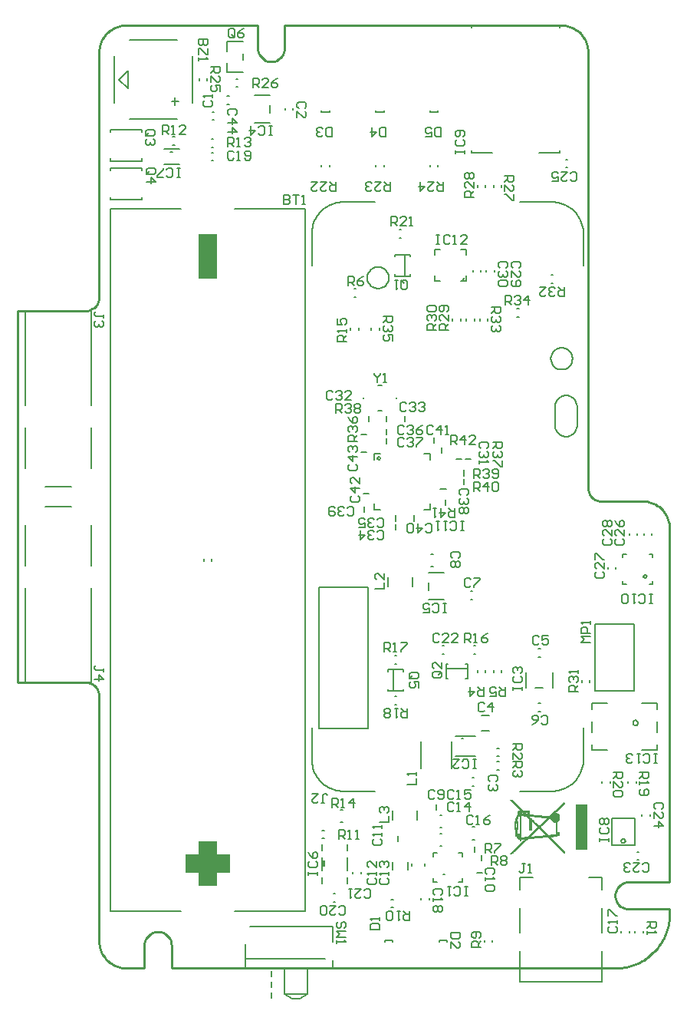
<source format=gto>
%FSLAX24Y24*%
%MOIN*%
G70*
G01*
G75*
%ADD10C,0.0090*%
%ADD11R,0.1142X0.0157*%
%ADD12R,0.0650X0.1024*%
%ADD13R,0.0079X0.0236*%
%ADD14R,0.0354X0.0118*%
%ADD15R,0.0118X0.0354*%
%ADD16R,0.0118X0.0118*%
%ADD17R,0.0709X0.0709*%
%ADD18R,0.0197X0.0138*%
%ADD19R,0.1260X0.0701*%
%ADD20R,0.1063X0.0472*%
%ADD21R,0.0630X0.0709*%
%ADD22R,0.0709X0.0630*%
%ADD23R,0.0512X0.0591*%
%ADD24R,0.0591X0.0512*%
%ADD25R,0.0394X0.0433*%
%ADD26R,0.0315X0.0551*%
%ADD27R,0.0591X0.0276*%
%ADD28R,0.0276X0.0591*%
%ADD29R,0.0591X0.0394*%
%ADD30R,0.0630X0.0630*%
%ADD31R,0.0315X0.0630*%
%ADD32R,0.0630X0.0315*%
%ADD33C,0.0056*%
%ADD34R,0.0276X0.0118*%
%ADD35R,0.0118X0.0276*%
%ADD36R,0.0276X0.0098*%
%ADD37R,0.0315X0.0098*%
%ADD38R,0.0248X0.0177*%
%ADD39R,0.0748X0.0945*%
%ADD40R,0.0413X0.0236*%
%ADD41R,0.0384X0.0079*%
%ADD42C,0.0079*%
%ADD43R,0.0384X0.0236*%
%ADD44R,0.0039X0.0157*%
%ADD45R,0.0098X0.0581*%
%ADD46O,0.0098X0.0079*%
%ADD47C,0.0011*%
%ADD48R,0.0236X0.0192*%
%ADD49R,0.0074X0.0064*%
%ADD50C,0.0010*%
%ADD51R,0.0035X0.0044*%
%ADD52R,0.0079X0.0202*%
%ADD53R,0.0226X0.0079*%
%ADD54R,0.0044X0.0035*%
%ADD55R,0.0202X0.0079*%
%ADD56R,0.0079X0.0226*%
%ADD57R,0.0192X0.0236*%
%ADD58O,0.0079X0.0098*%
%ADD59R,0.0384X0.0098*%
%ADD60R,0.0064X0.0074*%
%ADD61R,0.0482X0.0079*%
%ADD62R,0.0315X0.0079*%
%ADD63R,0.0079X0.0315*%
%ADD64R,0.0236X0.0217*%
%ADD65R,0.0098X0.0039*%
%ADD66R,0.0354X0.0315*%
%ADD67R,0.0551X0.0315*%
%ADD68R,0.0551X0.0453*%
%ADD69R,0.0236X0.0413*%
%ADD70C,0.0394*%
%ADD71R,0.2016X0.2087*%
%ADD72R,0.0236X0.0276*%
%ADD73R,0.0276X0.0236*%
%ADD74R,0.0433X0.0394*%
%ADD75R,0.0236X0.0472*%
%ADD76R,0.0157X0.0098*%
%ADD77R,0.0079X0.0197*%
%ADD78R,0.0197X0.0079*%
%ADD79R,0.0098X0.0315*%
%ADD80R,0.1457X0.1457*%
%ADD81R,0.1311X0.2756*%
%ADD82R,0.0118X0.0472*%
%ADD83C,0.0100*%
%ADD84C,0.0150*%
%ADD85C,0.0140*%
%ADD86C,0.0170*%
%ADD87C,0.0120*%
%ADD88C,0.0079*%
%ADD89C,0.0110*%
%ADD90C,0.0630*%
%ADD91C,0.0098*%
%ADD92C,0.0070*%
%ADD93C,0.0512*%
%ADD94C,0.0230*%
%ADD95C,0.0236*%
%ADD96C,0.0060*%
%ADD97C,0.0010*%
%ADD98C,0.0118*%
%ADD99R,0.0394X0.1083*%
%ADD100R,0.1033X0.0640*%
%ADD101R,0.1102X0.1102*%
%ADD102R,0.1063X0.0354*%
%ADD103R,0.0748X0.0709*%
%ADD104R,0.0630X0.1339*%
%ADD105R,0.0630X0.1358*%
%ADD106R,0.1654X0.0709*%
%ADD107R,0.0866X0.1614*%
%ADD108R,0.0453X0.0906*%
%ADD109R,0.1594X0.0610*%
%ADD110R,0.0512X0.1516*%
%ADD111R,0.2736X0.0433*%
%ADD112R,0.0787X0.0748*%
%ADD113R,0.2264X0.0689*%
%ADD114R,0.0689X0.0906*%
%ADD115R,0.0236X0.0610*%
%ADD116R,0.0177X0.0315*%
%ADD117R,0.1161X0.0787*%
%ADD118R,0.0689X0.0098*%
%ADD119R,0.0394X0.0571*%
%ADD120R,0.0728X0.0098*%
%ADD121R,0.0768X0.0335*%
%ADD122R,0.0217X0.0689*%
%ADD123R,0.0866X0.0689*%
%ADD124R,0.1319X0.0827*%
%ADD125R,0.0591X0.0276*%
%ADD126R,0.0630X0.1299*%
%ADD127R,0.0531X0.0354*%
%ADD128R,0.0177X0.0748*%
%ADD129R,0.0492X0.0236*%
%ADD130R,0.0335X0.1063*%
%ADD131R,0.0886X0.0610*%
%ADD132R,0.0512X0.0768*%
%ADD133R,0.0807X0.0551*%
%ADD134R,0.1457X0.0492*%
%ADD135R,0.0817X0.1181*%
%ADD136R,0.1801X0.0945*%
%ADD137R,0.0707X0.0295*%
%ADD138R,0.1772X0.0640*%
%ADD139C,0.0787*%
%ADD140C,0.2362*%
%ADD141C,0.0748*%
%ADD142C,0.0591*%
%ADD143C,0.0984*%
%ADD144C,0.2913*%
%ADD145C,0.0433*%
%ADD146C,0.0630*%
%ADD147C,0.0551*%
%ADD148C,0.0256*%
%ADD149C,0.0260*%
%ADD150C,0.0230*%
%ADD151C,0.0500*%
%ADD152C,0.0550*%
%ADD153C,0.0250*%
%ADD154C,0.0180*%
%ADD155C,0.0400*%
%ADD156C,0.0450*%
%ADD157C,0.0095*%
%ADD158C,0.0310*%
%ADD159C,0.0200*%
%ADD160C,0.0197*%
%ADD161R,0.0276X0.0512*%
%ADD162R,0.0738X0.0315*%
%ADD163R,0.0571X0.0315*%
%ADD164R,0.0276X0.0512*%
%ADD165R,0.1969X0.1929*%
%ADD166R,0.0640X0.0394*%
%ADD167R,0.0138X0.0315*%
%ADD168R,0.0787X0.1969*%
%ADD169R,0.1969X0.0787*%
D10*
X420276Y397441D02*
X422047Y397441D01*
X420276Y396260D02*
X422047Y396260D01*
X419095Y413976D02*
X420866D01*
X400394Y393701D02*
Y394685D01*
X399213Y393701D02*
Y394685D01*
X398425Y393701D02*
X399213D01*
X404134Y433661D02*
Y434646D01*
X405315Y433661D02*
Y434646D01*
D83*
X420276Y397441D02*
X420178Y397433D01*
X420084Y397409D01*
X419995Y397370D01*
X419913Y397316D01*
X419841Y397250D01*
X419781Y397173D01*
X419735Y397088D01*
X419703Y396995D01*
X419687Y396899D01*
Y396802D01*
X419703Y396705D01*
X419735Y396613D01*
X419781Y396527D01*
X419841Y396450D01*
X419913Y396384D01*
X419995Y396331D01*
X420084Y396292D01*
X420178Y396268D01*
X420276Y396260D01*
X422047Y412795D02*
X422043Y412893D01*
X422031Y412990D01*
X422011Y413085D01*
X421983Y413179D01*
X421948Y413270D01*
X421905Y413357D01*
X421855Y413441D01*
X421798Y413521D01*
X421735Y413595D01*
X421666Y413664D01*
X421592Y413727D01*
X421512Y413784D01*
X421428Y413834D01*
X421341Y413877D01*
X421250Y413912D01*
X421156Y413940D01*
X421061Y413960D01*
X420964Y413972D01*
X420866Y413976D01*
X397244Y394882D02*
X397248Y394784D01*
X397260Y394688D01*
X397280Y394592D01*
X397308Y394498D01*
X397344Y394407D01*
X397386Y394320D01*
X397436Y394236D01*
X397493Y394156D01*
X397556Y394082D01*
X397625Y394013D01*
X397700Y393950D01*
X397779Y393893D01*
X397863Y393843D01*
X397951Y393800D01*
X398042Y393765D01*
X398135Y393737D01*
X398231Y393717D01*
X398328Y393705D01*
X398425Y393701D01*
Y434646D02*
X398328Y434642D01*
X398231Y434630D01*
X398135Y434610D01*
X398042Y434582D01*
X397951Y434546D01*
X397863Y434503D01*
X397779Y434453D01*
X397700Y434397D01*
X397625Y434334D01*
X397556Y434264D01*
X397493Y434190D01*
X397436Y434111D01*
X397386Y434027D01*
X397344Y433939D01*
X397308Y433848D01*
X397280Y433755D01*
X397260Y433659D01*
X397248Y433562D01*
X397244Y433465D01*
X396654Y422244D02*
X396756Y422253D01*
X396856Y422280D01*
X396949Y422323D01*
X397033Y422382D01*
X397106Y422455D01*
X397165Y422539D01*
X397208Y422633D01*
X397235Y422732D01*
X397244Y422835D01*
Y405512D02*
X397235Y405614D01*
X397208Y405714D01*
X397165Y405807D01*
X397106Y405891D01*
X397033Y405964D01*
X396949Y406023D01*
X396856Y406067D01*
X396756Y406093D01*
X396654Y406102D01*
X419685Y393701D02*
X419785Y393703D01*
X419885Y393709D01*
X419985Y393720D01*
X420084Y393735D01*
X420183Y393754D01*
X420280Y393777D01*
X420377Y393804D01*
X420472Y393836D01*
X420566Y393871D01*
X420658Y393910D01*
X420749Y393954D01*
X420837Y394001D01*
X420924Y394052D01*
X421008Y394106D01*
X421090Y394164D01*
X421169Y394225D01*
X421246Y394290D01*
X421320Y394358D01*
X421390Y394428D01*
X421458Y394502D01*
X421523Y394579D01*
X421584Y394658D01*
X421642Y394740D01*
X421697Y394824D01*
X421747Y394911D01*
X421794Y395000D01*
X421838Y395090D01*
X421877Y395182D01*
X421912Y395276D01*
X421944Y395371D01*
X421971Y395468D01*
X421994Y395565D01*
X422013Y395664D01*
X422028Y395763D01*
X422039Y395863D01*
X422045Y395963D01*
X422047Y396063D01*
X418504Y433465D02*
X418500Y433562D01*
X418488Y433659D01*
X418468Y433755D01*
X418440Y433848D01*
X418404Y433939D01*
X418362Y434027D01*
X418312Y434111D01*
X418255Y434190D01*
X418192Y434264D01*
X418123Y434334D01*
X418048Y434397D01*
X417969Y434453D01*
X417885Y434503D01*
X417797Y434546D01*
X417706Y434582D01*
X417613Y434610D01*
X417517Y434630D01*
X417420Y434642D01*
X417323Y434646D01*
X418504Y414567D02*
X418513Y414464D01*
X418540Y414365D01*
X418583Y414272D01*
X418642Y414187D01*
X418715Y414115D01*
X418799Y414055D01*
X418893Y414012D01*
X418992Y413985D01*
X419095Y413976D01*
X400394Y394685D02*
X400386Y394782D01*
X400362Y394877D01*
X400323Y394966D01*
X400269Y395048D01*
X400203Y395120D01*
X400126Y395179D01*
X400040Y395226D01*
X399948Y395258D01*
X399852Y395274D01*
X399754D01*
X399658Y395258D01*
X399566Y395226D01*
X399480Y395179D01*
X399403Y395120D01*
X399337Y395048D01*
X399284Y394966D01*
X399245Y394877D01*
X399221Y394782D01*
X399213Y394685D01*
X404134Y433661D02*
X404142Y433564D01*
X404166Y433470D01*
X404205Y433380D01*
X404258Y433299D01*
X404324Y433227D01*
X404401Y433167D01*
X404487Y433121D01*
X404579Y433089D01*
X404676Y433073D01*
X404773D01*
X404869Y433089D01*
X404962Y433121D01*
X405047Y433167D01*
X405124Y433227D01*
X405190Y433299D01*
X405244Y433380D01*
X405283Y433470D01*
X405307Y433564D01*
X405315Y433661D01*
X422047Y396063D02*
Y396260D01*
X418504Y414567D02*
Y433465D01*
X393701Y422244D02*
X393701Y406102D01*
X405315Y434646D02*
X417323Y434646D01*
X397244Y422835D02*
Y433465D01*
X393701Y422244D02*
X396654D01*
X400394Y393701D02*
X419685Y393701D01*
X397244Y394882D02*
Y405512D01*
X393701Y406102D02*
X396654D01*
X422047Y397441D02*
Y412795D01*
X398425Y434646D02*
X404134D01*
D96*
X417079Y417252D02*
X417089Y417154D01*
X417120Y417060D01*
X417169Y416974D01*
X417235Y416901D01*
X417315Y416843D01*
X417405Y416803D01*
X417502Y416782D01*
X417601D01*
X417697Y416803D01*
X417787Y416843D01*
X417867Y416901D01*
X417933Y416974D01*
X417983Y417060D01*
X418013Y417154D01*
X418024Y417252D01*
Y418091D02*
X418013Y418189D01*
X417983Y418283D01*
X417933Y418368D01*
X417867Y418442D01*
X417787Y418500D01*
X417697Y418540D01*
X417601Y418560D01*
X417502D01*
X417405Y418540D01*
X417315Y418500D01*
X417235Y418442D01*
X417169Y418368D01*
X417120Y418283D01*
X417089Y418189D01*
X417079Y418091D01*
X417831Y420161D02*
X417820Y420260D01*
X417790Y420354D01*
X417740Y420439D01*
X417674Y420513D01*
X417594Y420571D01*
X417504Y420611D01*
X417408Y420631D01*
X417309D01*
X417212Y420611D01*
X417122Y420571D01*
X417042Y420513D01*
X416976Y420439D01*
X416927Y420354D01*
X416896Y420260D01*
X416886Y420161D01*
X416896Y420063D01*
X416927Y419969D01*
X416976Y419884D01*
X417042Y419810D01*
X417122Y419752D01*
X417212Y419712D01*
X417309Y419692D01*
X417408D01*
X417504Y419712D01*
X417594Y419752D01*
X417674Y419810D01*
X417740Y419884D01*
X417790Y419969D01*
X417820Y420063D01*
X417831Y420161D01*
X409846Y423673D02*
X409836Y423771D01*
X409806Y423865D01*
X409756Y423951D01*
X409690Y424024D01*
X409610Y424082D01*
X409520Y424123D01*
X409423Y424143D01*
X409325D01*
X409228Y424123D01*
X409138Y424082D01*
X409058Y424024D01*
X408992Y423951D01*
X408942Y423865D01*
X408912Y423771D01*
X408902Y423673D01*
X408912Y423575D01*
X408942Y423481D01*
X408992Y423396D01*
X409058Y423322D01*
X409138Y423264D01*
X409228Y423224D01*
X409325Y423203D01*
X409423D01*
X409520Y423224D01*
X409610Y423264D01*
X409690Y423322D01*
X409756Y423396D01*
X409806Y423481D01*
X409836Y423575D01*
X409846Y423673D01*
X406496Y402756D02*
X406500Y402658D01*
X406510Y402560D01*
X406528Y402463D01*
X406552Y402368D01*
X406583Y402274D01*
X406621Y402183D01*
X406665Y402096D01*
X406715Y402011D01*
X406771Y401930D01*
X406833Y401854D01*
X406900Y401782D01*
X406972Y401715D01*
X407048Y401653D01*
X407129Y401597D01*
X407214Y401547D01*
X407302Y401502D01*
X407392Y401465D01*
X407486Y401434D01*
X407581Y401409D01*
X407678Y401392D01*
X407776Y401381D01*
X407874Y401378D01*
X407874Y426968D02*
X407776Y426965D01*
X407678Y426954D01*
X407581Y426937D01*
X407486Y426913D01*
X407392Y426882D01*
X407302Y426844D01*
X407214Y426800D01*
X407129Y426750D01*
X407048Y426694D01*
X406972Y426632D01*
X406900Y426565D01*
X406833Y426493D01*
X406771Y426416D01*
X406715Y426336D01*
X406665Y426251D01*
X406621Y426163D01*
X406583Y426072D01*
X406552Y425979D01*
X406528Y425883D01*
X406510Y425787D01*
X406500Y425689D01*
X406496Y425591D01*
X418307D02*
X418304Y425689D01*
X418293Y425787D01*
X418276Y425883D01*
X418251Y425979D01*
X418220Y426072D01*
X418183Y426163D01*
X418139Y426251D01*
X418088Y426336D01*
X418032Y426416D01*
X417971Y426493D01*
X417903Y426565D01*
X417831Y426632D01*
X417755Y426694D01*
X417674Y426750D01*
X417589Y426800D01*
X417502Y426844D01*
X417411Y426882D01*
X417317Y426913D01*
X417222Y426937D01*
X417125Y426954D01*
X417027Y426965D01*
X416929Y426968D01*
Y401378D02*
X417027Y401381D01*
X417125Y401392D01*
X417222Y401409D01*
X417317Y401434D01*
X417411Y401465D01*
X417502Y401502D01*
X417589Y401547D01*
X417674Y401597D01*
X417755Y401653D01*
X417831Y401715D01*
X417903Y401782D01*
X417971Y401854D01*
X418032Y401930D01*
X418088Y402011D01*
X418139Y402096D01*
X418183Y402183D01*
X418220Y402274D01*
X418251Y402368D01*
X418276Y402463D01*
X418293Y402560D01*
X418304Y402658D01*
X418307Y402756D01*
X413071Y423602D02*
X413150Y423681D01*
X420136Y399221D02*
X420087Y399306D01*
X419989D01*
X419940Y399221D01*
X419989Y399136D01*
X420087D01*
X420136Y399221D01*
X400433Y429134D02*
X400354D01*
X400433D01*
X412283Y397766D02*
X412205D01*
X412283D01*
X420689Y404341D02*
X420644Y404433D01*
X420545Y404456D01*
X420464Y404392D01*
Y404289D01*
X420545Y404225D01*
X420644Y404248D01*
X420689Y404341D01*
X413071Y403661D02*
X412992D01*
X413071D01*
X421063Y410709D02*
X421009Y410784D01*
X420921Y410755D01*
Y410662D01*
X421009Y410634D01*
X421063Y410709D01*
X409488Y415837D02*
X409434Y415911D01*
X409346Y415883D01*
Y415790D01*
X409434Y415762D01*
X409488Y415837D01*
X418024Y417252D02*
Y418091D01*
X417079Y417252D02*
Y418091D01*
X406496Y402756D02*
Y404134D01*
X407874Y401378D02*
X409252D01*
X407874Y426968D02*
X409252D01*
X406496Y424213D02*
Y425591D01*
X415551Y426968D02*
X416929D01*
X418307Y424213D02*
Y425591D01*
X415551Y401378D02*
X416929D01*
X418307Y402756D02*
Y404134D01*
X406815Y404114D02*
Y410232D01*
X408933Y404114D02*
Y410232D01*
X406815Y404114D02*
X408933D01*
X406815Y410232D02*
X408933D01*
X408032Y398819D02*
Y399085D01*
Y397953D02*
Y398504D01*
Y397372D02*
Y397638D01*
X406929Y398819D02*
Y399085D01*
Y397953D02*
Y398504D01*
Y397372D02*
Y397638D01*
X411831Y423543D02*
X412067D01*
X411831D02*
Y423780D01*
Y424685D02*
Y424921D01*
X412067D01*
X412972D02*
X413209D01*
Y424685D02*
Y424921D01*
Y423543D02*
Y423780D01*
X412972Y423543D02*
X413209D01*
X419546Y399024D02*
X420530D01*
X419546Y400205D02*
X420530D01*
Y399024D02*
Y400205D01*
X419546Y399024D02*
Y400205D01*
X411240Y402362D02*
Y403543D01*
X412579Y402362D02*
Y403543D01*
X410000Y400148D02*
Y400541D01*
X411063Y400148D02*
Y400541D01*
X410866Y410285D02*
Y410679D01*
X409803Y410285D02*
Y410679D01*
X413874Y404665D02*
X414197D01*
X413874Y403996D02*
X414197D01*
X410669Y397978D02*
Y398301D01*
X410000Y397978D02*
Y398301D01*
X411665Y411150D02*
X411760D01*
X411665Y411685D02*
X411760D01*
X410854Y398132D02*
Y398226D01*
X411390Y398132D02*
Y398226D01*
X412059Y399530D02*
X412154D01*
X412059Y398994D02*
X412154D01*
X412059Y399811D02*
X412154D01*
X412059Y400346D02*
X412154D01*
X413476Y399289D02*
X413571D01*
X413476Y399825D02*
X413571D01*
X407728Y400028D02*
X407823D01*
X407728Y400563D02*
X407823D01*
X410020Y394921D02*
X410020Y394843D01*
X409665Y394921D02*
X410020D01*
X409665D02*
X409665Y394843D01*
X412028Y394921D02*
X412028Y394843D01*
X412028Y394921D02*
X412382D01*
X412382Y394843D01*
X406909Y430945D02*
X406909Y430866D01*
X407264D01*
X407264Y430945D02*
X407264Y430866D01*
X409626Y430945D02*
X409626Y430866D01*
X409272D02*
X409626D01*
X409272Y430945D02*
X409272Y430866D01*
X411634Y430945D02*
X411634Y430866D01*
X411988D01*
X411988Y430945D02*
X411988Y430866D01*
X413425Y434646D02*
X417283D01*
X416378Y429095D02*
X417283D01*
Y429213D01*
Y434528D02*
Y434646D01*
X413425Y429095D02*
X414331D01*
X413425D02*
Y429213D01*
Y434528D02*
Y434646D01*
X397894Y431260D02*
Y433307D01*
X398583Y430571D02*
X400630D01*
X401319Y431260D02*
Y433307D01*
X398583Y433996D02*
X400630D01*
X398110Y432283D02*
X398504Y432677D01*
X398110Y432283D02*
X398504Y431890D01*
Y432677D01*
X400551Y431181D02*
Y431496D01*
X400394Y431339D02*
X400709D01*
X409813Y405728D02*
X410463D01*
X410463Y405728D02*
Y405819D01*
X409813Y405728D02*
Y405819D01*
X409813Y406673D02*
X410463D01*
X410463Y406583D02*
Y406673D01*
X409813Y406583D02*
Y406673D01*
X410038Y405728D02*
Y406673D01*
X400059Y428602D02*
X400728D01*
X400059Y429272D02*
X400728D01*
X399114Y430000D02*
Y430118D01*
X397736Y430000D02*
Y430118D01*
X397736Y430118D02*
X399114D01*
Y428740D02*
Y428858D01*
X397736Y428740D02*
Y428858D01*
X397736Y428740D02*
X399114D01*
X397736Y427067D02*
X399114D01*
X397736Y427067D02*
Y427185D01*
X399114Y427067D02*
Y427185D01*
X397736Y428445D02*
X399114D01*
X397736Y428327D02*
Y428445D01*
X399114Y428327D02*
Y428445D01*
X411575Y409695D02*
X412244D01*
X411575Y410876D02*
X412244D01*
X411575Y410120D02*
Y410451D01*
X411772Y398711D02*
X411929D01*
X411772Y398553D02*
Y398711D01*
X413032Y398553D02*
Y398711D01*
X412874D02*
X413032D01*
X412874Y397451D02*
X413032D01*
Y397608D01*
X411772Y397451D02*
Y397608D01*
Y397451D02*
X411929D01*
X404665Y430839D02*
Y431169D01*
X403996Y430413D02*
X404665D01*
X403996Y431595D02*
X404665D01*
X412323Y406694D02*
X413268D01*
X413177Y406919D02*
X413268D01*
X413177Y406270D02*
X413268D01*
X413268Y406270D02*
Y406919D01*
X412323Y406919D02*
X412413D01*
X412323Y406270D02*
X412413D01*
X412323Y406270D02*
Y406919D01*
X410108Y424685D02*
X410758D01*
X410108Y424594D02*
Y424685D01*
X410758Y424594D02*
Y424685D01*
X410108Y423740D02*
X410758D01*
X410108Y423740D02*
Y423831D01*
X410758Y423740D02*
Y423831D01*
X410533Y423740D02*
Y424685D01*
X403504Y433128D02*
Y433407D01*
X402795Y433522D02*
Y433937D01*
Y432598D02*
Y433013D01*
Y433937D02*
X403504D01*
X402795Y432598D02*
X403504D01*
X418661Y405207D02*
X419323D01*
X418661Y404947D02*
Y405207D01*
Y403159D02*
X419323D01*
X418661D02*
Y403419D01*
Y403947D02*
Y404419D01*
X420835Y405207D02*
X421496D01*
Y404947D02*
Y405207D01*
X420835Y403159D02*
X421496D01*
X421496Y403159D02*
Y403419D01*
X421496Y403947D02*
Y404419D01*
X394055Y406102D02*
X396890D01*
X394055D02*
Y410197D01*
X394055Y411181D02*
Y412953D01*
X394921Y413740D02*
X396024D01*
X396890Y406102D02*
Y410197D01*
Y411181D02*
Y412953D01*
X394055Y415394D02*
Y417165D01*
Y418150D02*
Y422244D01*
X394921Y414606D02*
X396024D01*
X396890Y415394D02*
Y417165D01*
X396890Y418150D02*
Y422244D01*
X394055D02*
X396890D01*
X408740Y418435D02*
Y418474D01*
X409370Y419006D02*
X409528D01*
X409370Y417904D02*
X409528D01*
X410157Y418435D02*
Y418474D01*
X416222Y405866D02*
X416553D01*
X415797D02*
Y406535D01*
X416978Y405866D02*
Y406535D01*
X401791Y411457D02*
X401791Y411378D01*
X402146Y411457D02*
X402146Y411378D01*
X397736Y396161D02*
Y426673D01*
X397736Y396161D02*
X400807D01*
X397736Y426673D02*
X400807D01*
X406201Y396161D02*
Y426673D01*
X403130Y396161D02*
X406201D01*
X403130Y426673D02*
X406201D01*
X411909Y400581D02*
Y400817D01*
X412155Y416073D02*
Y416309D01*
X412303Y413809D02*
Y414045D01*
X413091Y414695D02*
Y414931D01*
Y415089D02*
Y415325D01*
X408642Y416093D02*
X408878D01*
X408740Y414321D02*
X408976D01*
X411811Y416516D02*
Y416752D01*
X410925Y413120D02*
Y413356D01*
X408760Y413514D02*
Y413750D01*
X412087Y414518D02*
X412323D01*
X409744Y416467D02*
Y416703D01*
Y416860D02*
Y417096D01*
X410138Y413120D02*
Y413356D01*
Y412726D02*
Y412963D01*
X409744Y417451D02*
Y417687D01*
X413169Y415797D02*
X413405D01*
X408642Y416880D02*
X408878D01*
X410532Y417451D02*
Y417687D01*
X408957Y417451D02*
Y417687D01*
X412776Y415797D02*
X413012D01*
X413661Y397835D02*
X413898D01*
X410236Y399193D02*
Y399429D01*
X413583Y398750D02*
Y398986D01*
X413878Y398356D02*
Y398593D01*
X409429Y421496D02*
X409429Y421417D01*
X409075Y421496D02*
X409075Y421417D01*
X415413Y422323D02*
X415492Y422323D01*
X415413Y421968D02*
X415492Y421968D01*
X414154Y421890D02*
X414154Y421811D01*
X413799Y421890D02*
X413799Y421811D01*
X416890Y423799D02*
X416968Y423799D01*
X416890Y423445D02*
X416968Y423445D01*
X418583Y406191D02*
X418583Y406112D01*
X418228Y406191D02*
X418228Y406112D01*
X412618Y421890D02*
X412618Y421811D01*
X412972Y421890D02*
X412972Y421811D01*
X413563Y421890D02*
X413563Y421811D01*
X413209Y421890D02*
X413209Y421811D01*
X413494Y424016D02*
X413494Y423937D01*
X413848Y424016D02*
X413848Y423937D01*
X414439Y424016D02*
X414439Y423937D01*
X414085Y424016D02*
X414085Y423937D01*
X419951Y395315D02*
X419951Y395236D01*
X420305Y395315D02*
X420305Y395236D01*
X413701Y406634D02*
X413701Y406555D01*
X414055Y406634D02*
X414055Y406555D01*
X408287Y397874D02*
X408287Y397795D01*
X408642Y397874D02*
X408642Y397795D01*
X408327Y423209D02*
X408405Y423209D01*
X408327Y422854D02*
X408405Y422854D01*
X414390Y406634D02*
X414390Y406555D01*
X414744Y406634D02*
X414744Y406555D01*
X414548Y402657D02*
X414627Y402657D01*
X414548Y402303D02*
X414627Y402303D01*
X414548Y403248D02*
X414627Y403248D01*
X414548Y402894D02*
X414627Y402894D01*
X420896Y395315D02*
X420896Y395236D01*
X420541Y395315D02*
X420541Y395236D01*
X416348Y405197D02*
X416427Y405197D01*
X416348Y404843D02*
X416427Y404843D01*
X416348Y407205D02*
X416427Y407205D01*
X416348Y407559D02*
X416427Y407559D01*
X413465Y401614D02*
X413544Y401614D01*
X413465Y401968D02*
X413544Y401968D01*
X405689Y431043D02*
X405689Y430965D01*
X405335Y431043D02*
X405335Y430965D01*
X402815Y431575D02*
X402894Y431575D01*
X402815Y431220D02*
X402894Y431220D01*
X407441Y396929D02*
X407520Y396929D01*
X407441Y396575D02*
X407520Y396575D01*
X413396Y409715D02*
X413474Y409715D01*
X413396Y410069D02*
X413474Y410069D01*
X409951Y396329D02*
X410030Y396329D01*
X409951Y396683D02*
X410030Y396683D01*
X406949Y399685D02*
X407028Y399685D01*
X406949Y399331D02*
X407028Y399331D01*
X414350Y394921D02*
X414350Y394843D01*
X413996Y394921D02*
X413996Y394843D01*
X400453Y429803D02*
X400532Y429803D01*
X400453Y429449D02*
X400532Y429449D01*
X402126Y429350D02*
X402205Y429350D01*
X402126Y429705D02*
X402205Y429705D01*
X402126Y428760D02*
X402205Y428760D01*
X402126Y429114D02*
X402205Y429114D01*
X408543Y421496D02*
X408543Y421417D01*
X408189Y421496D02*
X408189Y421417D01*
X412165Y407707D02*
X412244Y407707D01*
X412165Y407352D02*
X412244Y407352D01*
X413543Y407352D02*
X413622Y407352D01*
X413543Y407707D02*
X413622Y407707D01*
X411594Y396742D02*
X411595Y396663D01*
X411240Y396742D02*
X411240Y396663D01*
X410098Y407264D02*
X410177Y407264D01*
X410098Y406909D02*
X410177Y406909D01*
X410098Y405138D02*
X410177Y405138D01*
X410098Y405492D02*
X410177Y405492D01*
X420600Y401811D02*
X420600Y401732D01*
X420246Y401811D02*
X420246Y401732D01*
X419114Y401811D02*
X419114Y401732D01*
X419468Y401811D02*
X419468Y401732D01*
X410295Y425768D02*
X410374Y425768D01*
X410295Y425413D02*
X410374Y425413D01*
X420630Y398396D02*
X420709Y398396D01*
X420630Y398750D02*
X420709Y398750D01*
X420837Y400384D02*
X420837Y400305D01*
X421191Y400384D02*
X421191Y400305D01*
X407264Y428583D02*
X407264Y428504D01*
X406909Y428583D02*
X406909Y428504D01*
X409272Y428583D02*
X409272Y428504D01*
X409626Y428583D02*
X409626Y428504D01*
X411988Y428583D02*
X411988Y428504D01*
X411634Y428583D02*
X411634Y428504D01*
X401949Y432323D02*
X401949Y432244D01*
X401595Y432323D02*
X401595Y432244D01*
X403209Y431959D02*
X403287Y431959D01*
X403209Y432313D02*
X403287Y432313D01*
X417530Y428465D02*
X417608Y428465D01*
X417530Y428819D02*
X417608Y428819D01*
X414744Y427697D02*
X414744Y427618D01*
X414390Y427697D02*
X414390Y427618D01*
X413701Y427697D02*
X413701Y427618D01*
X414055Y427697D02*
X414055Y427618D01*
X421289Y412589D02*
X421289Y412510D01*
X420935Y412589D02*
X420935Y412510D01*
X419715Y411112D02*
X419715Y411033D01*
X419360Y411112D02*
X419360Y411033D01*
X420650Y412589D02*
X420650Y412510D01*
X420295Y412589D02*
X420295Y412510D01*
X402175Y430886D02*
X402254Y430886D01*
X402175Y430532D02*
X402254Y430532D01*
X412756Y402913D02*
X413622D01*
X412756Y403780D02*
X413622D01*
X404724Y393346D02*
Y393583D01*
Y392874D02*
Y393110D01*
Y392402D02*
Y392638D01*
X405315Y392559D02*
Y393701D01*
X406299Y392559D02*
Y393701D01*
X405965Y392362D02*
X406299Y392559D01*
X405315D02*
X405650Y392362D01*
X405315Y392559D02*
X406299D01*
X405650Y392362D02*
X405965D01*
X403602Y393701D02*
X407421D01*
X403819Y395512D02*
X407421Y395512D01*
X403602Y393701D02*
Y394724D01*
X407421Y394843D02*
Y395512D01*
Y394055D02*
X407421Y393701D01*
X403602Y394095D02*
X407087D01*
X420020Y410374D02*
Y410520D01*
Y410374D02*
X420165D01*
X421319D02*
Y410520D01*
X421173Y410374D02*
X421319D01*
X420020Y411528D02*
Y411673D01*
X420165D01*
X421319Y411528D02*
Y411673D01*
X421173D02*
X421319D01*
X411654Y415758D02*
Y416033D01*
X411378D02*
X411654D01*
X411378Y413593D02*
X411654D01*
Y413868D01*
X409213Y413593D02*
Y413868D01*
Y413593D02*
X409488D01*
X409213Y416033D02*
X409488D01*
X409213Y415758D02*
Y416033D01*
X420512Y405728D02*
Y408642D01*
X418807Y405728D02*
Y408642D01*
Y405728D02*
X420512D01*
X418807Y408642D02*
X420512D01*
X415543Y397650D02*
X416110D01*
X418535D02*
X419102D01*
X415543Y393110D02*
X419102D01*
X415543Y397098D02*
Y397650D01*
X415543Y393110D02*
X415543Y394449D01*
Y395236D02*
Y396311D01*
X419102Y397098D02*
Y397650D01*
Y394449D02*
X419102Y393110D01*
X419102Y395236D02*
Y396311D01*
X403188Y430737D02*
X403254Y430804D01*
Y430937D01*
X403188Y431004D01*
X402921D01*
X402854Y430937D01*
Y430804D01*
X402921Y430737D01*
X402854Y430404D02*
X403254D01*
X403054Y430604D01*
Y430337D01*
X402854Y430004D02*
X403254D01*
X403054Y430204D01*
Y429938D01*
X413091Y412691D02*
X412957D01*
X413024D01*
Y413091D01*
X413091D01*
X412957D01*
X412491Y412757D02*
X412557Y412691D01*
X412691D01*
X412757Y412757D01*
Y413024D01*
X412691Y413091D01*
X412557D01*
X412491Y413024D01*
X412357Y413091D02*
X412224D01*
X412291D01*
Y412691D01*
X412357Y412757D01*
X412024Y413091D02*
X411891D01*
X411958D01*
Y412691D01*
X412024Y412757D01*
X419204Y412324D02*
X419138Y412257D01*
Y412124D01*
X419204Y412057D01*
X419471D01*
X419537Y412124D01*
Y412257D01*
X419471Y412324D01*
X419537Y412724D02*
Y412457D01*
X419271Y412724D01*
X419204D01*
X419138Y412657D01*
Y412524D01*
X419204Y412457D01*
Y412857D02*
X419138Y412923D01*
Y413057D01*
X419204Y413123D01*
X419271D01*
X419337Y413057D01*
X419404Y413123D01*
X419471D01*
X419537Y413057D01*
Y412923D01*
X419471Y412857D01*
X419404D01*
X419337Y412923D01*
X419271Y412857D01*
X419204D01*
X419337Y412923D02*
Y413057D01*
X418860Y410896D02*
X418793Y410830D01*
Y410697D01*
X418860Y410630D01*
X419126D01*
X419193Y410697D01*
Y410830D01*
X419126Y410896D01*
X419193Y411296D02*
Y411030D01*
X418926Y411296D01*
X418860D01*
X418793Y411230D01*
Y411096D01*
X418860Y411030D01*
X418793Y411430D02*
Y411696D01*
X418860D01*
X419126Y411430D01*
X419193D01*
X419746Y412324D02*
X419679Y412257D01*
Y412124D01*
X419746Y412057D01*
X420012D01*
X420079Y412124D01*
Y412257D01*
X420012Y412324D01*
X420079Y412724D02*
Y412457D01*
X419812Y412724D01*
X419746D01*
X419679Y412657D01*
Y412524D01*
X419746Y412457D01*
X419679Y413123D02*
X419746Y412990D01*
X419879Y412857D01*
X420012D01*
X420079Y412923D01*
Y413057D01*
X420012Y413123D01*
X419945D01*
X419879Y413057D01*
Y412857D01*
X421309Y409541D02*
X421176D01*
X421242D01*
Y409941D01*
X421309D01*
X421176D01*
X420709Y409608D02*
X420776Y409541D01*
X420909D01*
X420976Y409608D01*
Y409874D01*
X420909Y409941D01*
X420776D01*
X420709Y409874D01*
X420576Y409941D02*
X420443D01*
X420509D01*
Y409541D01*
X420576Y409608D01*
X420243D02*
X420176Y409541D01*
X420043D01*
X419976Y409608D01*
Y409874D01*
X420043Y409941D01*
X420176D01*
X420243Y409874D01*
Y409608D01*
X413543Y427165D02*
X413143D01*
Y427365D01*
X413210Y427432D01*
X413343D01*
X413410Y427365D01*
Y427165D01*
Y427299D02*
X413543Y427432D01*
Y427832D02*
Y427565D01*
X413277Y427832D01*
X413210D01*
X413143Y427765D01*
Y427632D01*
X413210Y427565D01*
Y427965D02*
X413143Y428032D01*
Y428165D01*
X413210Y428232D01*
X413277D01*
X413343Y428165D01*
X413410Y428232D01*
X413477D01*
X413543Y428165D01*
Y428032D01*
X413477Y427965D01*
X413410D01*
X413343Y428032D01*
X413277Y427965D01*
X413210D01*
X413343Y428032D02*
Y428165D01*
X414882Y428110D02*
X415282D01*
Y427910D01*
X415215Y427844D01*
X415082D01*
X415015Y427910D01*
Y428110D01*
Y427977D02*
X414882Y427844D01*
Y427444D02*
Y427710D01*
X415148Y427444D01*
X415215D01*
X415282Y427510D01*
Y427644D01*
X415215Y427710D01*
X415282Y427310D02*
Y427044D01*
X415215D01*
X414949Y427310D01*
X414882D01*
X412740Y429085D02*
Y429218D01*
Y429151D01*
X413140D01*
Y429085D01*
Y429218D01*
X412807Y429684D02*
X412740Y429618D01*
Y429485D01*
X412807Y429418D01*
X413073D01*
X413140Y429485D01*
Y429618D01*
X413073Y429684D01*
Y429818D02*
X413140Y429884D01*
Y430018D01*
X413073Y430084D01*
X412807D01*
X412740Y430018D01*
Y429884D01*
X412807Y429818D01*
X412873D01*
X412940Y429884D01*
Y430084D01*
X417755Y427934D02*
X417822Y427868D01*
X417955D01*
X418022Y427934D01*
Y428201D01*
X417955Y428268D01*
X417822D01*
X417755Y428201D01*
X417355Y428268D02*
X417622D01*
X417355Y428001D01*
Y427934D01*
X417422Y427868D01*
X417555D01*
X417622Y427934D01*
X416955Y427868D02*
X417222D01*
Y428068D01*
X417089Y428001D01*
X417022D01*
X416955Y428068D01*
Y428201D01*
X417022Y428268D01*
X417155D01*
X417222Y428201D01*
X403937Y431939D02*
Y432339D01*
X404137D01*
X404204Y432272D01*
Y432139D01*
X404137Y432072D01*
X403937D01*
X404070D02*
X404204Y431939D01*
X404603D02*
X404337D01*
X404603Y432206D01*
Y432272D01*
X404537Y432339D01*
X404404D01*
X404337Y432272D01*
X405003Y432339D02*
X404870Y432272D01*
X404737Y432139D01*
Y432006D01*
X404803Y431939D01*
X404937D01*
X405003Y432006D01*
Y432072D01*
X404937Y432139D01*
X404737D01*
X402116Y432825D02*
X402516D01*
Y432625D01*
X402449Y432558D01*
X402316D01*
X402249Y432625D01*
Y432825D01*
Y432691D02*
X402116Y432558D01*
Y432158D02*
Y432425D01*
X402383Y432158D01*
X402449D01*
X402516Y432225D01*
Y432358D01*
X402449Y432425D01*
X402516Y431758D02*
Y432025D01*
X402316D01*
X402383Y431892D01*
Y431825D01*
X402316Y431758D01*
X402183D01*
X402116Y431825D01*
Y431958D01*
X402183Y432025D01*
X412205Y427854D02*
Y427454D01*
X412005D01*
X411938Y427521D01*
Y427654D01*
X412005Y427721D01*
X412205D01*
X412071D02*
X411938Y427854D01*
X411538D02*
X411805D01*
X411538Y427588D01*
Y427521D01*
X411605Y427454D01*
X411738D01*
X411805Y427521D01*
X411205Y427854D02*
Y427454D01*
X411405Y427654D01*
X411138D01*
X409892Y427854D02*
Y427454D01*
X409692D01*
X409625Y427521D01*
Y427654D01*
X409692Y427721D01*
X409892D01*
X409758D02*
X409625Y427854D01*
X409225D02*
X409492D01*
X409225Y427588D01*
Y427521D01*
X409292Y427454D01*
X409425D01*
X409492Y427521D01*
X409092D02*
X409025Y427454D01*
X408892D01*
X408825Y427521D01*
Y427588D01*
X408892Y427654D01*
X408959D01*
X408892D01*
X408825Y427721D01*
Y427788D01*
X408892Y427854D01*
X409025D01*
X409092Y427788D01*
X407530Y427854D02*
Y427454D01*
X407330D01*
X407263Y427521D01*
Y427654D01*
X407330Y427721D01*
X407530D01*
X407396D02*
X407263Y427854D01*
X406863D02*
X407130D01*
X406863Y427588D01*
Y427521D01*
X406930Y427454D01*
X407063D01*
X407130Y427521D01*
X406463Y427854D02*
X406730D01*
X406463Y427588D01*
Y427521D01*
X406530Y427454D01*
X406663D01*
X406730Y427521D01*
X397447Y406574D02*
Y406707D01*
Y406641D01*
X397114D01*
X397047Y406707D01*
Y406774D01*
X397114Y406841D01*
X397047Y406241D02*
X397447D01*
X397247Y406441D01*
Y406174D01*
X397447Y421928D02*
Y422062D01*
Y421995D01*
X397114D01*
X397047Y422062D01*
Y422128D01*
X397114Y422195D01*
X397380Y421795D02*
X397447Y421728D01*
Y421595D01*
X397380Y421528D01*
X397314D01*
X397247Y421595D01*
Y421662D01*
Y421595D01*
X397181Y421528D01*
X397114D01*
X397047Y421595D01*
Y421728D01*
X397114Y421795D01*
X412106Y429817D02*
Y430217D01*
X411906D01*
X411840Y430150D01*
Y429883D01*
X411906Y429817D01*
X412106D01*
X411440D02*
X411706D01*
Y430017D01*
X411573Y429950D01*
X411507D01*
X411440Y430017D01*
Y430150D01*
X411507Y430217D01*
X411640D01*
X411706Y430150D01*
X409695Y429817D02*
Y430217D01*
X409495D01*
X409428Y430150D01*
Y429883D01*
X409495Y429817D01*
X409695D01*
X409095Y430217D02*
Y429817D01*
X409295Y430017D01*
X409028D01*
X407382Y429817D02*
Y430217D01*
X407182D01*
X407115Y430150D01*
Y429883D01*
X407182Y429817D01*
X407382D01*
X406982Y429883D02*
X406915Y429817D01*
X406782D01*
X406715Y429883D01*
Y429950D01*
X406782Y430017D01*
X406849D01*
X406782D01*
X406715Y430083D01*
Y430150D01*
X406782Y430217D01*
X406915D01*
X406982Y430150D01*
X401975Y434055D02*
X401575D01*
Y433855D01*
X401641Y433789D01*
X401708D01*
X401775Y433855D01*
Y434055D01*
Y433855D01*
X401841Y433789D01*
X401908D01*
X401975Y433855D01*
Y434055D01*
Y433655D02*
Y433389D01*
X401908D01*
X401641Y433655D01*
X401575D01*
Y433389D01*
Y433255D02*
Y433122D01*
Y433189D01*
X401975D01*
X401908Y433255D01*
X419010Y399213D02*
Y399346D01*
Y399279D01*
X419409D01*
Y399213D01*
Y399346D01*
X419076Y399812D02*
X419010Y399746D01*
Y399612D01*
X419076Y399546D01*
X419343D01*
X419409Y399612D01*
Y399746D01*
X419343Y399812D01*
X419076Y399946D02*
X419010Y400012D01*
Y400146D01*
X419076Y400212D01*
X419143D01*
X419210Y400146D01*
X419276Y400212D01*
X419343D01*
X419409Y400146D01*
Y400012D01*
X419343Y399946D01*
X419276D01*
X419210Y400012D01*
X419143Y399946D01*
X419076D01*
X419210Y400012D02*
Y400146D01*
X421691Y400619D02*
X421758Y400686D01*
Y400819D01*
X421691Y400886D01*
X421425D01*
X421358Y400819D01*
Y400686D01*
X421425Y400619D01*
X421358Y400219D02*
Y400486D01*
X421625Y400219D01*
X421691D01*
X421758Y400286D01*
Y400419D01*
X421691Y400486D01*
X421358Y399886D02*
X421758D01*
X421558Y400086D01*
Y399819D01*
X420875Y397934D02*
X420942Y397868D01*
X421075D01*
X421142Y397934D01*
Y398201D01*
X421075Y398268D01*
X420942D01*
X420875Y398201D01*
X420475Y398268D02*
X420742D01*
X420475Y398001D01*
Y397934D01*
X420542Y397868D01*
X420675D01*
X420742Y397934D01*
X420342D02*
X420275Y397868D01*
X420142D01*
X420075Y397934D01*
Y398001D01*
X420142Y398068D01*
X420209D01*
X420142D01*
X420075Y398134D01*
Y398201D01*
X420142Y398268D01*
X420275D01*
X420342Y398201D01*
X409941Y425935D02*
Y426335D01*
X410141D01*
X410208Y426268D01*
Y426135D01*
X410141Y426068D01*
X409941D01*
X410074D02*
X410208Y425935D01*
X410607D02*
X410341D01*
X410607Y426202D01*
Y426268D01*
X410541Y426335D01*
X410407D01*
X410341Y426268D01*
X410741Y425935D02*
X410874D01*
X410807D01*
Y426335D01*
X410741Y426268D01*
X419606Y402205D02*
X420006D01*
Y402005D01*
X419940Y401938D01*
X419806D01*
X419740Y402005D01*
Y402205D01*
Y402071D02*
X419606Y401938D01*
Y401538D02*
Y401805D01*
X419873Y401538D01*
X419940D01*
X420006Y401605D01*
Y401738D01*
X419940Y401805D01*
Y401405D02*
X420006Y401338D01*
Y401205D01*
X419940Y401138D01*
X419673D01*
X419606Y401205D01*
Y401338D01*
X419673Y401405D01*
X419940D01*
X420738Y402205D02*
X421138D01*
Y402005D01*
X421071Y401938D01*
X420938D01*
X420871Y402005D01*
Y402205D01*
Y402071D02*
X420738Y401938D01*
Y401805D02*
Y401672D01*
Y401738D01*
X421138D01*
X421071Y401805D01*
X420805Y401472D02*
X420738Y401405D01*
Y401272D01*
X420805Y401205D01*
X421071D01*
X421138Y401272D01*
Y401405D01*
X421071Y401472D01*
X421005D01*
X420938Y401405D01*
Y401205D01*
X410630Y404970D02*
Y404571D01*
X410430D01*
X410363Y404637D01*
Y404771D01*
X410430Y404837D01*
X410630D01*
X410497D02*
X410363Y404970D01*
X410230D02*
X410097D01*
X410163D01*
Y404571D01*
X410230Y404637D01*
X409897D02*
X409830Y404571D01*
X409697D01*
X409630Y404637D01*
Y404704D01*
X409697Y404771D01*
X409630Y404837D01*
Y404904D01*
X409697Y404970D01*
X409830D01*
X409897Y404904D01*
Y404837D01*
X409830Y404771D01*
X409897Y404704D01*
Y404637D01*
X409830Y404771D02*
X409697D01*
X409646Y407431D02*
Y407831D01*
X409846D01*
X409912Y407764D01*
Y407631D01*
X409846Y407564D01*
X409646D01*
X409779D02*
X409912Y407431D01*
X410046D02*
X410179D01*
X410112D01*
Y407831D01*
X410046Y407764D01*
X410379Y407831D02*
X410645D01*
Y407764D01*
X410379Y407498D01*
Y407431D01*
X410795Y406279D02*
X411062D01*
X411128Y406345D01*
Y406479D01*
X411062Y406545D01*
X410795D01*
X410728Y406479D01*
Y406345D01*
X410862Y406412D02*
X410728Y406279D01*
Y406345D02*
X410795Y406279D01*
X411128Y405879D02*
Y406145D01*
X410928D01*
X410995Y406012D01*
Y405945D01*
X410928Y405879D01*
X410795D01*
X410728Y405945D01*
Y406079D01*
X410795Y406145D01*
X406918Y400880D02*
X407052D01*
X406985D01*
Y401213D01*
X407052Y401280D01*
X407118D01*
X407185Y401213D01*
X406519Y401280D02*
X406785D01*
X406519Y401013D01*
Y400946D01*
X406585Y400880D01*
X406719D01*
X406785Y400946D01*
X412095Y396879D02*
X412162Y396946D01*
Y397079D01*
X412095Y397146D01*
X411828D01*
X411762Y397079D01*
Y396946D01*
X411828Y396879D01*
X411762Y396746D02*
Y396613D01*
Y396679D01*
X412162D01*
X412095Y396746D01*
Y396413D02*
X412162Y396346D01*
Y396213D01*
X412095Y396146D01*
X412028D01*
X411962Y396213D01*
X411895Y396146D01*
X411828D01*
X411762Y396213D01*
Y396346D01*
X411828Y396413D01*
X411895D01*
X411962Y396346D01*
X412028Y396413D01*
X412095D01*
X411962Y396346D02*
Y396213D01*
X405266Y427270D02*
Y426870D01*
X405466D01*
X405532Y426937D01*
Y427003D01*
X405466Y427070D01*
X405266D01*
X405466D01*
X405532Y427137D01*
Y427203D01*
X405466Y427270D01*
X405266D01*
X405666D02*
X405932D01*
X405799D01*
Y426870D01*
X406065D02*
X406199D01*
X406132D01*
Y427270D01*
X406065Y427203D01*
X407912Y395452D02*
X407979Y395519D01*
Y395652D01*
X407912Y395718D01*
X407845D01*
X407779Y395652D01*
Y395519D01*
X407712Y395452D01*
X407645D01*
X407579Y395519D01*
Y395652D01*
X407645Y395718D01*
X407979Y395319D02*
X407579D01*
X407712Y395185D01*
X407579Y395052D01*
X407979D01*
X407579Y394919D02*
Y394785D01*
Y394852D01*
X407979D01*
X407912Y394919D01*
X413140Y407825D02*
Y408225D01*
X413340D01*
X413406Y408158D01*
Y408025D01*
X413340Y407958D01*
X413140D01*
X413273D02*
X413406Y407825D01*
X413540D02*
X413673D01*
X413606D01*
Y408225D01*
X413540Y408158D01*
X414139Y408225D02*
X414006Y408158D01*
X413873Y408025D01*
Y407891D01*
X413940Y407825D01*
X414073D01*
X414139Y407891D01*
Y407958D01*
X414073Y408025D01*
X413873D01*
X412949Y395226D02*
X412549D01*
Y395026D01*
X412616Y394960D01*
X412882D01*
X412949Y395026D01*
Y395226D01*
X412549Y394560D02*
Y394827D01*
X412816Y394560D01*
X412882D01*
X412949Y394627D01*
Y394760D01*
X412882Y394827D01*
X409049Y395374D02*
X409449D01*
Y395574D01*
X409382Y395641D01*
X409116D01*
X409049Y395574D01*
Y395374D01*
X409449Y395774D02*
Y395907D01*
Y395841D01*
X409049D01*
X409116Y395774D01*
X412028Y408158D02*
X411962Y408225D01*
X411828D01*
X411762Y408158D01*
Y407891D01*
X411828Y407825D01*
X411962D01*
X412028Y407891D01*
X412428Y407825D02*
X412162D01*
X412428Y408091D01*
Y408158D01*
X412362Y408225D01*
X412228D01*
X412162Y408158D01*
X412828Y407825D02*
X412562D01*
X412828Y408091D01*
Y408158D01*
X412761Y408225D01*
X412628D01*
X412562Y408158D01*
X408022Y420915D02*
X407622D01*
Y421115D01*
X407688Y421182D01*
X407822D01*
X407888Y421115D01*
Y420915D01*
Y421049D02*
X408022Y421182D01*
Y421315D02*
Y421449D01*
Y421382D01*
X407622D01*
X407688Y421315D01*
X407622Y421915D02*
Y421648D01*
X407822D01*
X407755Y421782D01*
Y421848D01*
X407822Y421915D01*
X407955D01*
X408022Y421848D01*
Y421715D01*
X407955Y421648D01*
X407382Y400689D02*
Y401089D01*
X407582D01*
X407648Y401022D01*
Y400889D01*
X407582Y400822D01*
X407382D01*
X407515D02*
X407648Y400689D01*
X407782D02*
X407915D01*
X407848D01*
Y401089D01*
X407782Y401022D01*
X408315Y400689D02*
Y401089D01*
X408115Y400889D01*
X408382D01*
X403121Y429123D02*
X403054Y429189D01*
X402921D01*
X402854Y429123D01*
Y428856D01*
X402921Y428789D01*
X403054D01*
X403121Y428856D01*
X403254Y428789D02*
X403387D01*
X403321D01*
Y429189D01*
X403254Y429123D01*
X403587Y428856D02*
X403654Y428789D01*
X403787D01*
X403854Y428856D01*
Y429123D01*
X403787Y429189D01*
X403654D01*
X403587Y429123D01*
Y429056D01*
X403654Y428989D01*
X403854D01*
X406342Y397736D02*
Y397869D01*
Y397803D01*
X406742D01*
Y397736D01*
Y397869D01*
X406409Y398336D02*
X406342Y398269D01*
Y398136D01*
X406409Y398069D01*
X406675D01*
X406742Y398136D01*
Y398269D01*
X406675Y398336D01*
X406342Y398736D02*
X406409Y398603D01*
X406542Y398469D01*
X406675D01*
X406742Y398536D01*
Y398669D01*
X406675Y398736D01*
X406609D01*
X406542Y398669D01*
Y398469D01*
X402854Y429380D02*
Y429780D01*
X403054D01*
X403121Y429713D01*
Y429580D01*
X403054Y429513D01*
X402854D01*
X402988D02*
X403121Y429380D01*
X403254D02*
X403387D01*
X403321D01*
Y429780D01*
X403254Y429713D01*
X403587D02*
X403654Y429780D01*
X403787D01*
X403854Y429713D01*
Y429646D01*
X403787Y429580D01*
X403721D01*
X403787D01*
X403854Y429513D01*
Y429447D01*
X403787Y429380D01*
X403654D01*
X403587Y429447D01*
X400000Y429921D02*
Y430321D01*
X400200D01*
X400267Y430254D01*
Y430121D01*
X400200Y430055D01*
X400000D01*
X400133D02*
X400267Y429921D01*
X400400D02*
X400533D01*
X400467D01*
Y430321D01*
X400400Y430254D01*
X401000Y429921D02*
X400733D01*
X401000Y430188D01*
Y430254D01*
X400933Y430321D01*
X400800D01*
X400733Y430254D01*
X399378Y428178D02*
X399644D01*
X399711Y428245D01*
Y428378D01*
X399644Y428445D01*
X399378D01*
X399311Y428378D01*
Y428245D01*
X399444Y428312D02*
X399311Y428178D01*
Y428245D02*
X399378Y428178D01*
X399311Y427845D02*
X399711D01*
X399511Y428045D01*
Y427778D01*
X399328Y429852D02*
X399595D01*
X399662Y429918D01*
Y430051D01*
X399595Y430118D01*
X399328D01*
X399262Y430051D01*
Y429918D01*
X399395Y429985D02*
X399262Y429852D01*
Y429918D02*
X399328Y429852D01*
X399595Y429718D02*
X399662Y429652D01*
Y429518D01*
X399595Y429452D01*
X399528D01*
X399462Y429518D01*
Y429585D01*
Y429518D01*
X399395Y429452D01*
X399328D01*
X399262Y429518D01*
Y429652D01*
X399328Y429718D01*
X400787Y428045D02*
X400654D01*
X400721D01*
Y428445D01*
X400787D01*
X400654D01*
X400188Y428112D02*
X400254Y428045D01*
X400388D01*
X400454Y428112D01*
Y428378D01*
X400388Y428445D01*
X400254D01*
X400188Y428378D01*
X400054Y428045D02*
X399788D01*
Y428112D01*
X400054Y428378D01*
Y428445D01*
X413856Y394615D02*
X413456D01*
Y394815D01*
X413523Y394882D01*
X413656D01*
X413723Y394815D01*
Y394615D01*
Y394748D02*
X413856Y394882D01*
X413789Y395015D02*
X413856Y395082D01*
Y395215D01*
X413789Y395281D01*
X413523D01*
X413456Y395215D01*
Y395082D01*
X413523Y395015D01*
X413590D01*
X413656Y395082D01*
Y395281D01*
X414321Y398179D02*
Y398579D01*
X414521D01*
X414587Y398512D01*
Y398379D01*
X414521Y398312D01*
X414321D01*
X414454D02*
X414587Y398179D01*
X414721Y398512D02*
X414787Y398579D01*
X414921D01*
X414987Y398512D01*
Y398446D01*
X414921Y398379D01*
X414987Y398312D01*
Y398246D01*
X414921Y398179D01*
X414787D01*
X414721Y398246D01*
Y398312D01*
X414787Y398379D01*
X414721Y398446D01*
Y398512D01*
X414787Y398379D02*
X414921D01*
X414026Y398720D02*
Y399120D01*
X414226D01*
X414292Y399054D01*
Y398920D01*
X414226Y398854D01*
X414026D01*
X414159D02*
X414292Y398720D01*
X414425Y399120D02*
X414692D01*
Y399054D01*
X414425Y398787D01*
Y398720D01*
X407677Y399311D02*
Y399711D01*
X407877D01*
X407944Y399644D01*
Y399511D01*
X407877Y399444D01*
X407677D01*
X407810D02*
X407944Y399311D01*
X408077D02*
X408210D01*
X408144D01*
Y399711D01*
X408077Y399644D01*
X408410Y399311D02*
X408544D01*
X408477D01*
Y399711D01*
X408410Y399644D01*
X410728Y396161D02*
Y395762D01*
X410528D01*
X410462Y395828D01*
Y395961D01*
X410528Y396028D01*
X410728D01*
X410595D02*
X410462Y396161D01*
X410328D02*
X410195D01*
X410262D01*
Y395762D01*
X410328Y395828D01*
X409995D02*
X409929Y395762D01*
X409795D01*
X409729Y395828D01*
Y396095D01*
X409795Y396161D01*
X409929D01*
X409995Y396095D01*
Y395828D01*
X412352Y409147D02*
X412219D01*
X412286D01*
Y409547D01*
X412352D01*
X412219D01*
X411753Y409214D02*
X411819Y409147D01*
X411952D01*
X412019Y409214D01*
Y409481D01*
X411952Y409547D01*
X411819D01*
X411753Y409481D01*
X411353Y409147D02*
X411619D01*
Y409347D01*
X411486Y409281D01*
X411419D01*
X411353Y409347D01*
Y409481D01*
X411419Y409547D01*
X411553D01*
X411619Y409481D01*
X413406Y410569D02*
X413340Y410636D01*
X413206D01*
X413140Y410569D01*
Y410303D01*
X413206Y410236D01*
X413340D01*
X413406Y410303D01*
X413540Y410636D02*
X413806D01*
Y410569D01*
X413540Y410303D01*
Y410236D01*
X407686Y396084D02*
X407753Y396017D01*
X407886D01*
X407953Y396084D01*
Y396351D01*
X407886Y396417D01*
X407753D01*
X407686Y396351D01*
X407286Y396417D02*
X407553D01*
X407286Y396151D01*
Y396084D01*
X407353Y396017D01*
X407486D01*
X407553Y396084D01*
X407153D02*
X407086Y396017D01*
X406953D01*
X406886Y396084D01*
Y396351D01*
X406953Y396417D01*
X407086D01*
X407153Y396351D01*
Y396084D01*
X413495Y400274D02*
X413428Y400341D01*
X413295D01*
X413228Y400274D01*
Y400008D01*
X413295Y399941D01*
X413428D01*
X413495Y400008D01*
X413628Y399941D02*
X413762D01*
X413695D01*
Y400341D01*
X413628Y400274D01*
X414228Y400341D02*
X414095Y400274D01*
X413961Y400141D01*
Y400008D01*
X414028Y399941D01*
X414161D01*
X414228Y400008D01*
Y400074D01*
X414161Y400141D01*
X413961D01*
X412668Y401367D02*
X412602Y401433D01*
X412468D01*
X412402Y401367D01*
Y401100D01*
X412468Y401033D01*
X412602D01*
X412668Y401100D01*
X412801Y401033D02*
X412935D01*
X412868D01*
Y401433D01*
X412801Y401367D01*
X413401Y401433D02*
X413135D01*
Y401233D01*
X413268Y401300D01*
X413335D01*
X413401Y401233D01*
Y401100D01*
X413335Y401033D01*
X413201D01*
X413135Y401100D01*
X412668Y400825D02*
X412602Y400892D01*
X412468D01*
X412402Y400825D01*
Y400559D01*
X412468Y400492D01*
X412602D01*
X412668Y400559D01*
X412801Y400492D02*
X412935D01*
X412868D01*
Y400892D01*
X412801Y400825D01*
X413335Y400492D02*
Y400892D01*
X413135Y400692D01*
X413401D01*
X409509Y397609D02*
X409443Y397542D01*
Y397409D01*
X409509Y397343D01*
X409776D01*
X409843Y397409D01*
Y397542D01*
X409776Y397609D01*
X409843Y397742D02*
Y397876D01*
Y397809D01*
X409443D01*
X409509Y397742D01*
Y398076D02*
X409443Y398142D01*
Y398276D01*
X409509Y398342D01*
X409576D01*
X409643Y398276D01*
Y398209D01*
Y398276D01*
X409709Y398342D01*
X409776D01*
X409843Y398276D01*
Y398142D01*
X409776Y398076D01*
X408968Y397609D02*
X408901Y397542D01*
Y397409D01*
X408968Y397343D01*
X409235D01*
X409301Y397409D01*
Y397542D01*
X409235Y397609D01*
X409301Y397742D02*
Y397876D01*
Y397809D01*
X408901D01*
X408968Y397742D01*
X409301Y398342D02*
Y398076D01*
X409035Y398342D01*
X408968D01*
X408901Y398276D01*
Y398142D01*
X408968Y398076D01*
X409214Y399302D02*
X409147Y399235D01*
Y399102D01*
X409214Y399035D01*
X409481D01*
X409547Y399102D01*
Y399235D01*
X409481Y399302D01*
X409547Y399435D02*
Y399569D01*
Y399502D01*
X409147D01*
X409214Y399435D01*
X409547Y399769D02*
Y399902D01*
Y399835D01*
X409147D01*
X409214Y399769D01*
X414359Y397765D02*
X414425Y397832D01*
Y397965D01*
X414359Y398032D01*
X414092D01*
X414026Y397965D01*
Y397832D01*
X414092Y397765D01*
X414026Y397632D02*
Y397498D01*
Y397565D01*
X414425D01*
X414359Y397632D01*
Y397298D02*
X414425Y397232D01*
Y397098D01*
X414359Y397032D01*
X414092D01*
X414026Y397098D01*
Y397232D01*
X414092Y397298D01*
X414359D01*
X401832Y431369D02*
X401765Y431302D01*
Y431169D01*
X401832Y431102D01*
X402099D01*
X402165Y431169D01*
Y431302D01*
X402099Y431369D01*
X402165Y431502D02*
Y431636D01*
Y431569D01*
X401765D01*
X401832Y431502D01*
X406190Y431033D02*
X406256Y431099D01*
Y431233D01*
X406190Y431299D01*
X405923D01*
X405856Y431233D01*
Y431099D01*
X405923Y431033D01*
X405856Y430633D02*
Y430899D01*
X406123Y430633D01*
X406190D01*
X406256Y430699D01*
Y430833D01*
X406190Y430899D01*
X414506Y401800D02*
X414573Y401867D01*
Y402000D01*
X414506Y402067D01*
X414240D01*
X414173Y402000D01*
Y401867D01*
X414240Y401800D01*
X414506Y401667D02*
X414573Y401600D01*
Y401467D01*
X414506Y401400D01*
X414440D01*
X414373Y401467D01*
Y401534D01*
Y401467D01*
X414307Y401400D01*
X414240D01*
X414173Y401467D01*
Y401600D01*
X414240Y401667D01*
X413997Y405156D02*
X413930Y405223D01*
X413797D01*
X413730Y405156D01*
Y404889D01*
X413797Y404823D01*
X413930D01*
X413997Y404889D01*
X414330Y404823D02*
Y405223D01*
X414130Y405023D01*
X414397D01*
X416359Y408060D02*
X416292Y408126D01*
X416159D01*
X416093Y408060D01*
Y407793D01*
X416159Y407726D01*
X416292D01*
X416359Y407793D01*
X416759Y408126D02*
X416492D01*
Y407926D01*
X416626Y407993D01*
X416692D01*
X416759Y407926D01*
Y407793D01*
X416692Y407726D01*
X416559D01*
X416492Y407793D01*
X416466Y404342D02*
X416532Y404275D01*
X416666D01*
X416732Y404342D01*
Y404609D01*
X416666Y404675D01*
X416532D01*
X416466Y404609D01*
X416066Y404275D02*
X416199Y404342D01*
X416332Y404475D01*
Y404609D01*
X416266Y404675D01*
X416132D01*
X416066Y404609D01*
Y404542D01*
X416132Y404475D01*
X416332D01*
X413287Y396844D02*
X413154D01*
X413221D01*
Y397244D01*
X413287D01*
X413154D01*
X412688Y396911D02*
X412754Y396844D01*
X412888D01*
X412954Y396911D01*
Y397177D01*
X412888Y397244D01*
X412754D01*
X412688Y397177D01*
X412554Y397244D02*
X412421D01*
X412488D01*
Y396844D01*
X412554Y396911D01*
X413632Y402356D02*
X413499D01*
X413565D01*
Y402756D01*
X413632D01*
X413499D01*
X413032Y402423D02*
X413099Y402356D01*
X413232D01*
X413299Y402423D01*
Y402689D01*
X413232Y402756D01*
X413099D01*
X413032Y402689D01*
X412632Y402756D02*
X412899D01*
X412632Y402489D01*
Y402423D01*
X412699Y402356D01*
X412832D01*
X412899Y402423D01*
X415250Y405758D02*
Y405891D01*
Y405825D01*
X415650D01*
Y405758D01*
Y405891D01*
X415316Y406358D02*
X415250Y406291D01*
Y406158D01*
X415316Y406091D01*
X415583D01*
X415650Y406158D01*
Y406291D01*
X415583Y406358D01*
X415316Y406491D02*
X415250Y406558D01*
Y406691D01*
X415316Y406758D01*
X415383D01*
X415450Y406691D01*
Y406624D01*
Y406691D01*
X415516Y406758D01*
X415583D01*
X415650Y406691D01*
Y406558D01*
X415583Y406491D01*
X421063Y395718D02*
X421463D01*
Y395519D01*
X421396Y395452D01*
X421263D01*
X421196Y395519D01*
Y395718D01*
Y395585D02*
X421063Y395452D01*
Y395319D02*
Y395185D01*
Y395252D01*
X421463D01*
X421396Y395319D01*
X415256Y403445D02*
X415656D01*
Y403245D01*
X415589Y403178D01*
X415456D01*
X415389Y403245D01*
Y403445D01*
Y403312D02*
X415256Y403178D01*
Y402778D02*
Y403045D01*
X415522Y402778D01*
X415589D01*
X415656Y402845D01*
Y402978D01*
X415589Y403045D01*
X415256Y402657D02*
X415656D01*
Y402458D01*
X415589Y402391D01*
X415456D01*
X415389Y402458D01*
Y402657D01*
Y402524D02*
X415256Y402391D01*
X415589Y402258D02*
X415656Y402191D01*
Y402058D01*
X415589Y401991D01*
X415522D01*
X415456Y402058D01*
Y402124D01*
Y402058D01*
X415389Y401991D01*
X415323D01*
X415256Y402058D01*
Y402191D01*
X415323Y402258D01*
X414911Y405905D02*
Y405506D01*
X414711D01*
X414645Y405572D01*
Y405706D01*
X414711Y405772D01*
X414911D01*
X414778D02*
X414645Y405905D01*
X414245Y405506D02*
X414512D01*
Y405706D01*
X414378Y405639D01*
X414312D01*
X414245Y405706D01*
Y405839D01*
X414312Y405905D01*
X414445D01*
X414512Y405839D01*
X408071Y423327D02*
Y423727D01*
X408271D01*
X408337Y423660D01*
Y423527D01*
X408271Y423460D01*
X408071D01*
X408204D02*
X408337Y423327D01*
X408737Y423727D02*
X408604Y423660D01*
X408471Y423527D01*
Y423393D01*
X408537Y423327D01*
X408671D01*
X408737Y423393D01*
Y423460D01*
X408671Y423527D01*
X408471D01*
X408789Y396812D02*
X408855Y396746D01*
X408988D01*
X409055Y396812D01*
Y397079D01*
X408988Y397146D01*
X408855D01*
X408789Y397079D01*
X408389Y397146D02*
X408655D01*
X408389Y396879D01*
Y396812D01*
X408455Y396746D01*
X408589D01*
X408655Y396812D01*
X408255Y397146D02*
X408122D01*
X408189D01*
Y396746D01*
X408255Y396812D01*
X404774Y429866D02*
X404640D01*
X404707D01*
Y430266D01*
X404774D01*
X404640D01*
X404174Y429933D02*
X404240Y429866D01*
X404374D01*
X404440Y429933D01*
Y430199D01*
X404374Y430266D01*
X404240D01*
X404174Y430199D01*
X403841Y430266D02*
Y429866D01*
X404041Y430066D01*
X403774D01*
X409246Y410187D02*
X409646D01*
Y410454D01*
Y410853D02*
Y410587D01*
X409379Y410853D01*
X409312D01*
X409246Y410787D01*
Y410654D01*
X409312Y410587D01*
X410363Y423506D02*
Y423240D01*
X410430Y423173D01*
X410563D01*
X410630Y423240D01*
Y423506D01*
X410563Y423573D01*
X410430D01*
X410497Y423440D02*
X410363Y423573D01*
X410430D02*
X410363Y423506D01*
X410230Y423573D02*
X410097D01*
X410163D01*
Y423173D01*
X410230Y423240D01*
X412089Y406566D02*
X411822D01*
X411756Y406499D01*
Y406366D01*
X411822Y406299D01*
X412089D01*
X412155Y406366D01*
Y406499D01*
X412022Y406432D02*
X412155Y406566D01*
Y406499D02*
X412089Y406566D01*
X412155Y406966D02*
Y406699D01*
X411889Y406966D01*
X411822D01*
X411756Y406899D01*
Y406766D01*
X411822Y406699D01*
X413976Y405905D02*
Y405506D01*
X413776D01*
X413710Y405572D01*
Y405706D01*
X413776Y405772D01*
X413976D01*
X413843D02*
X413710Y405905D01*
X413377D02*
Y405506D01*
X413577Y405706D01*
X413310D01*
X419450Y395493D02*
X419384Y395426D01*
Y395293D01*
X419450Y395226D01*
X419717D01*
X419783Y395293D01*
Y395426D01*
X419717Y395493D01*
X419783Y395626D02*
Y395760D01*
Y395693D01*
X419384D01*
X419450Y395626D01*
X419384Y395959D02*
Y396226D01*
X419450D01*
X419717Y395959D01*
X419783D01*
X412882Y411495D02*
X412949Y411562D01*
Y411695D01*
X412882Y411762D01*
X412616D01*
X412549Y411695D01*
Y411562D01*
X412616Y411495D01*
X412882Y411362D02*
X412949Y411295D01*
Y411162D01*
X412882Y411095D01*
X412816D01*
X412749Y411162D01*
X412682Y411095D01*
X412616D01*
X412549Y411162D01*
Y411295D01*
X412616Y411362D01*
X412682D01*
X412749Y411295D01*
X412816Y411362D01*
X412882D01*
X412749Y411295D02*
Y411162D01*
X410624Y401673D02*
X411024D01*
Y401940D01*
Y402073D02*
Y402206D01*
Y402140D01*
X410624D01*
X410690Y402073D01*
X409443Y400049D02*
X409843D01*
Y400316D01*
X409509Y400449D02*
X409443Y400516D01*
Y400649D01*
X409509Y400716D01*
X409576D01*
X409643Y400649D01*
Y400582D01*
Y400649D01*
X409709Y400716D01*
X409776D01*
X409843Y400649D01*
Y400516D01*
X409776Y400449D01*
X403141Y434161D02*
Y434428D01*
X403074Y434494D01*
X402941D01*
X402874Y434428D01*
Y434161D01*
X402941Y434095D01*
X403074D01*
X403007Y434228D02*
X403141Y434095D01*
X403074D02*
X403141Y434161D01*
X403540Y434494D02*
X403407Y434428D01*
X403274Y434294D01*
Y434161D01*
X403341Y434095D01*
X403474D01*
X403540Y434161D01*
Y434228D01*
X403474Y434294D01*
X403274D01*
X415491Y424094D02*
X415557Y424160D01*
Y424294D01*
X415491Y424360D01*
X415224D01*
X415157Y424294D01*
Y424160D01*
X415224Y424094D01*
X415157Y423694D02*
Y423960D01*
X415424Y423694D01*
X415491D01*
X415557Y423760D01*
Y423894D01*
X415491Y423960D01*
X415224Y423560D02*
X415157Y423494D01*
Y423361D01*
X415224Y423294D01*
X415491D01*
X415557Y423361D01*
Y423494D01*
X415491Y423560D01*
X415424D01*
X415357Y423494D01*
Y423294D01*
X414940Y424104D02*
X415006Y424170D01*
Y424303D01*
X414940Y424370D01*
X414673D01*
X414606Y424303D01*
Y424170D01*
X414673Y424104D01*
X414940Y423970D02*
X415006Y423904D01*
Y423770D01*
X414940Y423704D01*
X414873D01*
X414806Y423770D01*
Y423837D01*
Y423770D01*
X414740Y423704D01*
X414673D01*
X414606Y423770D01*
Y423904D01*
X414673Y423970D01*
X414940Y423570D02*
X415006Y423504D01*
Y423370D01*
X414940Y423304D01*
X414673D01*
X414606Y423370D01*
Y423504D01*
X414673Y423570D01*
X414940D01*
X411909Y425548D02*
X412043D01*
X411976D01*
Y425148D01*
X411909D01*
X412043D01*
X412509Y425481D02*
X412443Y425548D01*
X412309D01*
X412243Y425481D01*
Y425214D01*
X412309Y425148D01*
X412443D01*
X412509Y425214D01*
X412643Y425148D02*
X412776D01*
X412709D01*
Y425548D01*
X412643Y425481D01*
X413242Y425148D02*
X412976D01*
X413242Y425414D01*
Y425481D01*
X413176Y425548D01*
X413042D01*
X412976Y425481D01*
X412451Y421407D02*
X412051D01*
Y421607D01*
X412118Y421674D01*
X412251D01*
X412318Y421607D01*
Y421407D01*
Y421541D02*
X412451Y421674D01*
Y422074D02*
Y421807D01*
X412184Y422074D01*
X412118D01*
X412051Y422007D01*
Y421874D01*
X412118Y421807D01*
X412384Y422207D02*
X412451Y422274D01*
Y422407D01*
X412384Y422474D01*
X412118D01*
X412051Y422407D01*
Y422274D01*
X412118Y422207D01*
X412184D01*
X412251Y422274D01*
Y422474D01*
X411909Y421407D02*
X411510D01*
Y421607D01*
X411576Y421674D01*
X411710D01*
X411776Y421607D01*
Y421407D01*
Y421541D02*
X411909Y421674D01*
X411576Y421807D02*
X411510Y421874D01*
Y422007D01*
X411576Y422074D01*
X411643D01*
X411710Y422007D01*
Y421941D01*
Y422007D01*
X411776Y422074D01*
X411843D01*
X411909Y422007D01*
Y421874D01*
X411843Y421807D01*
X411576Y422207D02*
X411510Y422274D01*
Y422407D01*
X411576Y422474D01*
X411843D01*
X411909Y422407D01*
Y422274D01*
X411843Y422207D01*
X411576D01*
X421506Y402602D02*
X421373D01*
X421439D01*
Y403002D01*
X421506D01*
X421373D01*
X420906Y402669D02*
X420973Y402602D01*
X421106D01*
X421173Y402669D01*
Y402935D01*
X421106Y403002D01*
X420973D01*
X420906Y402935D01*
X420773Y403002D02*
X420640D01*
X420706D01*
Y402602D01*
X420773Y402669D01*
X420440D02*
X420373Y402602D01*
X420240D01*
X420173Y402669D01*
Y402735D01*
X420240Y402802D01*
X420306D01*
X420240D01*
X420173Y402869D01*
Y402935D01*
X420240Y403002D01*
X420373D01*
X420440Y402935D01*
X418061Y405709D02*
X417661D01*
Y405909D01*
X417728Y405975D01*
X417861D01*
X417928Y405909D01*
Y405709D01*
Y405842D02*
X418061Y405975D01*
X417728Y406109D02*
X417661Y406175D01*
Y406308D01*
X417728Y406375D01*
X417794D01*
X417861Y406308D01*
Y406242D01*
Y406308D01*
X417928Y406375D01*
X417994D01*
X418061Y406308D01*
Y406175D01*
X417994Y406109D01*
X418061Y406508D02*
Y406642D01*
Y406575D01*
X417661D01*
X417728Y406508D01*
X417470Y423278D02*
Y422878D01*
X417271D01*
X417204Y422944D01*
Y423078D01*
X417271Y423144D01*
X417470D01*
X417337D02*
X417204Y423278D01*
X417071Y422944D02*
X417004Y422878D01*
X416871D01*
X416804Y422944D01*
Y423011D01*
X416871Y423078D01*
X416937D01*
X416871D01*
X416804Y423144D01*
Y423211D01*
X416871Y423278D01*
X417004D01*
X417071Y423211D01*
X416404Y423278D02*
X416671D01*
X416404Y423011D01*
Y422944D01*
X416471Y422878D01*
X416604D01*
X416671Y422944D01*
X414321Y422392D02*
X414721D01*
Y422192D01*
X414654Y422125D01*
X414521D01*
X414454Y422192D01*
Y422392D01*
Y422258D02*
X414321Y422125D01*
X414654Y421992D02*
X414721Y421925D01*
Y421792D01*
X414654Y421725D01*
X414587D01*
X414521Y421792D01*
Y421859D01*
Y421792D01*
X414454Y421725D01*
X414388D01*
X414321Y421792D01*
Y421925D01*
X414388Y421992D01*
X414654Y421592D02*
X414721Y421525D01*
Y421392D01*
X414654Y421325D01*
X414587D01*
X414521Y421392D01*
Y421459D01*
Y421392D01*
X414454Y421325D01*
X414388D01*
X414321Y421392D01*
Y421525D01*
X414388Y421592D01*
X414911Y422490D02*
Y422890D01*
X415111D01*
X415178Y422823D01*
Y422690D01*
X415111Y422623D01*
X414911D01*
X415045D02*
X415178Y422490D01*
X415311Y422823D02*
X415378Y422890D01*
X415511D01*
X415578Y422823D01*
Y422757D01*
X415511Y422690D01*
X415445D01*
X415511D01*
X415578Y422623D01*
Y422557D01*
X415511Y422490D01*
X415378D01*
X415311Y422557D01*
X415911Y422490D02*
Y422890D01*
X415711Y422690D01*
X415978D01*
X409596Y421998D02*
X409996D01*
Y421798D01*
X409930Y421731D01*
X409796D01*
X409730Y421798D01*
Y421998D01*
Y421865D02*
X409596Y421731D01*
X409930Y421598D02*
X409996Y421532D01*
Y421398D01*
X409930Y421332D01*
X409863D01*
X409796Y421398D01*
Y421465D01*
Y421398D01*
X409730Y421332D01*
X409663D01*
X409596Y421398D01*
Y421532D01*
X409663Y421598D01*
X409996Y420932D02*
Y421198D01*
X409796D01*
X409863Y421065D01*
Y420998D01*
X409796Y420932D01*
X409663D01*
X409596Y420998D01*
Y421132D01*
X409663Y421198D01*
X414113Y416269D02*
X414179Y416335D01*
Y416469D01*
X414113Y416535D01*
X413846D01*
X413780Y416469D01*
Y416335D01*
X413846Y416269D01*
X414113Y416136D02*
X414179Y416069D01*
Y415936D01*
X414113Y415869D01*
X414046D01*
X413979Y415936D01*
Y416002D01*
Y415936D01*
X413913Y415869D01*
X413846D01*
X413780Y415936D01*
Y416069D01*
X413846Y416136D01*
X413780Y415736D02*
Y415602D01*
Y415669D01*
X414179D01*
X414113Y415736D01*
X407402Y418690D02*
X407336Y418756D01*
X407202D01*
X407136Y418690D01*
Y418423D01*
X407202Y418356D01*
X407336D01*
X407402Y418423D01*
X407536Y418690D02*
X407602Y418756D01*
X407736D01*
X407802Y418690D01*
Y418623D01*
X407736Y418556D01*
X407669D01*
X407736D01*
X407802Y418490D01*
Y418423D01*
X407736Y418356D01*
X407602D01*
X407536Y418423D01*
X408202Y418356D02*
X407936D01*
X408202Y418623D01*
Y418690D01*
X408135Y418756D01*
X408002D01*
X407936Y418690D01*
X410601Y418197D02*
X410535Y418264D01*
X410401D01*
X410335Y418197D01*
Y417931D01*
X410401Y417864D01*
X410535D01*
X410601Y417931D01*
X410735Y418197D02*
X410801Y418264D01*
X410934D01*
X411001Y418197D01*
Y418131D01*
X410934Y418064D01*
X410868D01*
X410934D01*
X411001Y417997D01*
Y417931D01*
X410934Y417864D01*
X410801D01*
X410735Y417931D01*
X411134Y418197D02*
X411201Y418264D01*
X411334D01*
X411401Y418197D01*
Y418131D01*
X411334Y418064D01*
X411268D01*
X411334D01*
X411401Y417997D01*
Y417931D01*
X411334Y417864D01*
X411201D01*
X411134Y417931D01*
X408465Y416585D02*
X408065D01*
Y416785D01*
X408131Y416851D01*
X408265D01*
X408331Y416785D01*
Y416585D01*
Y416718D02*
X408465Y416851D01*
X408131Y416985D02*
X408065Y417051D01*
Y417184D01*
X408131Y417251D01*
X408198D01*
X408265Y417184D01*
Y417118D01*
Y417184D01*
X408331Y417251D01*
X408398D01*
X408465Y417184D01*
Y417051D01*
X408398Y416985D01*
X408065Y417651D02*
X408131Y417518D01*
X408265Y417384D01*
X408398D01*
X408465Y417451D01*
Y417584D01*
X408398Y417651D01*
X408331D01*
X408265Y417584D01*
Y417384D01*
X414370Y416535D02*
X414770D01*
Y416335D01*
X414703Y416269D01*
X414570D01*
X414503Y416335D01*
Y416535D01*
Y416402D02*
X414370Y416269D01*
X414703Y416136D02*
X414770Y416069D01*
Y415936D01*
X414703Y415869D01*
X414637D01*
X414570Y415936D01*
Y416002D01*
Y415936D01*
X414503Y415869D01*
X414437D01*
X414370Y415936D01*
Y416069D01*
X414437Y416136D01*
X414770Y415736D02*
Y415469D01*
X414703D01*
X414437Y415736D01*
X414370D01*
X407530Y417815D02*
Y418215D01*
X407729D01*
X407796Y418148D01*
Y418015D01*
X407729Y417948D01*
X407530D01*
X407663D02*
X407796Y417815D01*
X407929Y418148D02*
X407996Y418215D01*
X408129D01*
X408196Y418148D01*
Y418082D01*
X408129Y418015D01*
X408063D01*
X408129D01*
X408196Y417948D01*
Y417882D01*
X408129Y417815D01*
X407996D01*
X407929Y417882D01*
X408329Y418148D02*
X408396Y418215D01*
X408529D01*
X408596Y418148D01*
Y418082D01*
X408529Y418015D01*
X408596Y417948D01*
Y417882D01*
X408529Y417815D01*
X408396D01*
X408329Y417882D01*
Y417948D01*
X408396Y418015D01*
X408329Y418082D01*
Y418148D01*
X408396Y418015D02*
X408529D01*
X409203Y419544D02*
Y419477D01*
X409336Y419344D01*
X409469Y419477D01*
Y419544D01*
X409336Y419344D02*
Y419144D01*
X409603D02*
X409736D01*
X409669D01*
Y419544D01*
X409603Y419477D01*
X409330Y412364D02*
X409397Y412297D01*
X409530D01*
X409596Y412364D01*
Y412630D01*
X409530Y412697D01*
X409397D01*
X409330Y412630D01*
X409197Y412364D02*
X409130Y412297D01*
X408997D01*
X408930Y412364D01*
Y412430D01*
X408997Y412497D01*
X409063D01*
X408997D01*
X408930Y412564D01*
Y412630D01*
X408997Y412697D01*
X409130D01*
X409197Y412630D01*
X408597Y412697D02*
Y412297D01*
X408797Y412497D01*
X408530D01*
X409330Y412905D02*
X409397Y412838D01*
X409530D01*
X409596Y412905D01*
Y413172D01*
X409530Y413238D01*
X409397D01*
X409330Y413172D01*
X409197Y412905D02*
X409130Y412838D01*
X408997D01*
X408930Y412905D01*
Y412972D01*
X408997Y413038D01*
X409063D01*
X408997D01*
X408930Y413105D01*
Y413172D01*
X408997Y413238D01*
X409130D01*
X409197Y413172D01*
X408530Y412838D02*
X408797D01*
Y413038D01*
X408663Y412972D01*
X408597D01*
X408530Y413038D01*
Y413172D01*
X408597Y413238D01*
X408730D01*
X408797Y413172D01*
X410503Y417213D02*
X410436Y417280D01*
X410303D01*
X410236Y417213D01*
Y416947D01*
X410303Y416880D01*
X410436D01*
X410503Y416947D01*
X410636Y417213D02*
X410703Y417280D01*
X410836D01*
X410903Y417213D01*
Y417146D01*
X410836Y417080D01*
X410769D01*
X410836D01*
X410903Y417013D01*
Y416947D01*
X410836Y416880D01*
X410703D01*
X410636Y416947D01*
X411303Y417280D02*
X411169Y417213D01*
X411036Y417080D01*
Y416947D01*
X411103Y416880D01*
X411236D01*
X411303Y416947D01*
Y417013D01*
X411236Y417080D01*
X411036D01*
X410503Y416672D02*
X410436Y416738D01*
X410303D01*
X410236Y416672D01*
Y416405D01*
X410303Y416339D01*
X410436D01*
X410503Y416405D01*
X410636Y416672D02*
X410703Y416738D01*
X410836D01*
X410903Y416672D01*
Y416605D01*
X410836Y416539D01*
X410769D01*
X410836D01*
X410903Y416472D01*
Y416405D01*
X410836Y416339D01*
X410703D01*
X410636Y416405D01*
X411036Y416738D02*
X411303D01*
Y416672D01*
X411036Y416405D01*
Y416339D01*
X413227Y414251D02*
X413294Y414318D01*
Y414451D01*
X413227Y414518D01*
X412960D01*
X412894Y414451D01*
Y414318D01*
X412960Y414251D01*
X413227Y414118D02*
X413294Y414051D01*
Y413918D01*
X413227Y413851D01*
X413160D01*
X413094Y413918D01*
Y413985D01*
Y413918D01*
X413027Y413851D01*
X412960D01*
X412894Y413918D01*
Y414051D01*
X412960Y414118D01*
X413227Y413718D02*
X413294Y413651D01*
Y413518D01*
X413227Y413451D01*
X413160D01*
X413094Y413518D01*
X413027Y413451D01*
X412960D01*
X412894Y413518D01*
Y413651D01*
X412960Y413718D01*
X413027D01*
X413094Y413651D01*
X413160Y413718D01*
X413227D01*
X413094Y413651D02*
Y413518D01*
X408050Y413397D02*
X408117Y413330D01*
X408250D01*
X408317Y413397D01*
Y413664D01*
X408250Y413730D01*
X408117D01*
X408050Y413664D01*
X407917Y413397D02*
X407850Y413330D01*
X407717D01*
X407650Y413397D01*
Y413464D01*
X407717Y413530D01*
X407784D01*
X407717D01*
X407650Y413597D01*
Y413664D01*
X407717Y413730D01*
X407850D01*
X407917Y413664D01*
X407517D02*
X407451Y413730D01*
X407317D01*
X407251Y413664D01*
Y413397D01*
X407317Y413330D01*
X407451D01*
X407517Y413397D01*
Y413464D01*
X407451Y413530D01*
X407251D01*
X411446Y412659D02*
X411513Y412592D01*
X411646D01*
X411713Y412659D01*
Y412925D01*
X411646Y412992D01*
X411513D01*
X411446Y412925D01*
X411113Y412992D02*
Y412592D01*
X411313Y412792D01*
X411046D01*
X410913Y412659D02*
X410846Y412592D01*
X410713D01*
X410646Y412659D01*
Y412925D01*
X410713Y412992D01*
X410846D01*
X410913Y412925D01*
Y412659D01*
X411782Y417213D02*
X411716Y417280D01*
X411582D01*
X411516Y417213D01*
Y416947D01*
X411582Y416880D01*
X411716D01*
X411782Y416947D01*
X412116Y416880D02*
Y417280D01*
X411916Y417080D01*
X412182D01*
X412315Y416880D02*
X412449D01*
X412382D01*
Y417280D01*
X412315Y417213D01*
X408230Y414194D02*
X408163Y414127D01*
Y413994D01*
X408230Y413927D01*
X408496D01*
X408563Y413994D01*
Y414127D01*
X408496Y414194D01*
X408563Y414527D02*
X408163D01*
X408363Y414327D01*
Y414594D01*
X408563Y414993D02*
Y414727D01*
X408296Y414993D01*
X408230D01*
X408163Y414927D01*
Y414794D01*
X408230Y414727D01*
X408131Y415572D02*
X408065Y415505D01*
Y415372D01*
X408131Y415305D01*
X408398D01*
X408465Y415372D01*
Y415505D01*
X408398Y415572D01*
X408465Y415905D02*
X408065D01*
X408265Y415705D01*
Y415972D01*
X408131Y416105D02*
X408065Y416171D01*
Y416305D01*
X408131Y416371D01*
X408198D01*
X408265Y416305D01*
Y416238D01*
Y416305D01*
X408331Y416371D01*
X408398D01*
X408465Y416305D01*
Y416171D01*
X408398Y416105D01*
X413533Y414961D02*
Y415360D01*
X413733D01*
X413800Y415294D01*
Y415161D01*
X413733Y415094D01*
X413533D01*
X413667D02*
X413800Y414961D01*
X413933Y415294D02*
X414000Y415360D01*
X414133D01*
X414200Y415294D01*
Y415227D01*
X414133Y415161D01*
X414067D01*
X414133D01*
X414200Y415094D01*
Y415027D01*
X414133Y414961D01*
X414000D01*
X413933Y415027D01*
X414333D02*
X414400Y414961D01*
X414533D01*
X414600Y415027D01*
Y415294D01*
X414533Y415360D01*
X414400D01*
X414333Y415294D01*
Y415227D01*
X414400Y415161D01*
X414600D01*
X413533Y414419D02*
Y414819D01*
X413733D01*
X413800Y414753D01*
Y414619D01*
X413733Y414553D01*
X413533D01*
X413667D02*
X413800Y414419D01*
X414133D02*
Y414819D01*
X413933Y414619D01*
X414200D01*
X414333Y414753D02*
X414400Y414819D01*
X414533D01*
X414600Y414753D01*
Y414486D01*
X414533Y414419D01*
X414400D01*
X414333Y414486D01*
Y414753D01*
X412697Y413681D02*
Y413281D01*
X412497D01*
X412430Y413348D01*
Y413481D01*
X412497Y413548D01*
X412697D01*
X412564D02*
X412430Y413681D01*
X412097D02*
Y413281D01*
X412297Y413481D01*
X412030D01*
X411897Y413681D02*
X411764D01*
X411830D01*
Y413281D01*
X411897Y413348D01*
X412549Y416437D02*
Y416837D01*
X412749D01*
X412816Y416770D01*
Y416637D01*
X412749Y416570D01*
X412549D01*
X412682D02*
X412816Y416437D01*
X413149D02*
Y416837D01*
X412949Y416637D01*
X413216D01*
X413616Y416437D02*
X413349D01*
X413616Y416704D01*
Y416770D01*
X413549Y416837D01*
X413416D01*
X413349Y416770D01*
X411832Y401367D02*
X411765Y401433D01*
X411632D01*
X411565Y401367D01*
Y401100D01*
X411632Y401033D01*
X411765D01*
X411832Y401100D01*
X411965D02*
X412031Y401033D01*
X412165D01*
X412231Y401100D01*
Y401367D01*
X412165Y401433D01*
X412031D01*
X411965Y401367D01*
Y401300D01*
X412031Y401233D01*
X412231D01*
X418602Y407825D02*
X418202D01*
X418336Y407958D01*
X418202Y408091D01*
X418602D01*
Y408225D02*
X418202D01*
Y408425D01*
X418269Y408491D01*
X418402D01*
X418469Y408425D01*
Y408225D01*
X418602Y408625D02*
Y408758D01*
Y408691D01*
X418202D01*
X418269Y408625D01*
X415769Y398235D02*
X415635D01*
X415702D01*
Y397901D01*
X415635Y397835D01*
X415569D01*
X415502Y397901D01*
X415902Y397835D02*
X416035D01*
X415968D01*
Y398235D01*
X415902Y398168D01*
D97*
X418245Y398861D02*
Y400811D01*
X415105Y398671D02*
Y398681D01*
X415115Y398671D02*
Y398681D01*
Y401011D02*
Y401021D01*
X415125Y398671D02*
Y398691D01*
Y401001D02*
Y401021D01*
X415135Y398671D02*
Y398701D01*
Y400991D02*
Y401021D01*
X415145Y398671D02*
Y398711D01*
Y400981D02*
Y401021D01*
X415155Y398671D02*
Y398721D01*
Y400971D02*
Y401021D01*
X415165Y398671D02*
Y398731D01*
Y400961D02*
Y401021D01*
X415175Y398671D02*
Y398741D01*
Y400951D02*
Y401021D01*
X415185Y398681D02*
Y398751D01*
Y400941D02*
Y401021D01*
X415195Y398691D02*
Y398761D01*
Y400931D02*
Y401001D01*
X415205Y398701D02*
Y398771D01*
Y400921D02*
Y400991D01*
X415215Y398711D02*
Y398781D01*
Y400911D02*
Y400981D01*
X415225Y398721D02*
Y398791D01*
Y400901D02*
Y400971D01*
X415235Y398731D02*
Y398801D01*
Y400891D02*
Y400961D01*
X415245Y398741D02*
Y398811D01*
Y400881D02*
Y400951D01*
X415255Y398751D02*
Y398821D01*
Y400871D02*
Y400941D01*
X415265Y398761D02*
Y398831D01*
Y400861D02*
Y400931D01*
X415275Y398771D02*
Y398841D01*
Y400851D02*
Y400931D01*
X415285Y398771D02*
Y398851D01*
Y400841D02*
Y400921D01*
X415295Y398781D02*
Y398861D01*
Y400831D02*
Y400911D01*
X415305Y398791D02*
Y398871D01*
Y399741D02*
Y400071D01*
Y400821D02*
Y400901D01*
X415315Y398801D02*
Y398871D01*
Y399741D02*
Y400071D01*
Y400811D02*
Y400891D01*
X415325Y398811D02*
Y398881D01*
Y399701D02*
Y400071D01*
Y400801D02*
Y400881D01*
X415335Y398821D02*
Y398891D01*
Y399621D02*
Y400101D01*
Y400791D02*
Y400871D01*
X415345Y398831D02*
Y398901D01*
Y399441D02*
Y399551D01*
Y399561D02*
Y400151D01*
Y400781D02*
Y400861D01*
X415355Y398841D02*
Y398911D01*
Y399441D02*
Y400191D01*
Y400771D02*
Y400851D01*
X415365Y398851D02*
Y398921D01*
Y399441D02*
Y399801D01*
Y400001D02*
Y400231D01*
Y400761D02*
Y400841D01*
X415375Y398861D02*
Y398931D01*
Y399441D02*
Y399801D01*
Y400001D02*
Y400251D01*
Y400751D02*
Y400831D01*
X415385Y398871D02*
Y398941D01*
Y399441D02*
Y399801D01*
Y400001D02*
Y400281D01*
Y400741D02*
Y400821D01*
X415395Y398881D02*
Y398951D01*
Y399421D02*
Y399711D01*
Y399741D02*
Y399801D01*
Y400001D02*
Y400301D01*
Y400731D02*
Y400811D01*
X415405Y398891D02*
Y398961D01*
Y399401D02*
Y399631D01*
Y399741D02*
Y400071D01*
Y400101D02*
Y400311D01*
Y400731D02*
Y400801D01*
X415415Y398901D02*
Y398971D01*
Y399381D02*
Y399571D01*
Y399741D02*
Y400071D01*
Y400151D02*
Y400331D01*
Y400721D02*
Y400791D01*
X415425Y398901D02*
Y398981D01*
Y399371D02*
Y399551D01*
Y399741D02*
Y400071D01*
Y400191D02*
Y400341D01*
Y400401D02*
Y400481D01*
Y400711D02*
Y400781D01*
X415435Y398921D02*
Y398991D01*
Y399361D02*
Y399551D01*
Y399741D02*
Y400071D01*
Y400231D02*
Y400351D01*
Y400381D02*
Y400501D01*
Y400691D02*
Y400771D01*
X415445Y398931D02*
Y399001D01*
Y399351D02*
Y399551D01*
Y399741D02*
Y400071D01*
Y400251D02*
Y400361D01*
Y400371D02*
Y400511D01*
Y400681D02*
Y400761D01*
X415455Y398941D02*
Y399011D01*
Y399341D02*
Y399551D01*
Y399741D02*
Y400071D01*
Y400271D02*
Y400521D01*
Y400671D02*
Y400751D01*
X415465Y398951D02*
Y399021D01*
Y399331D02*
Y399421D01*
Y399441D02*
Y399551D01*
Y400291D02*
Y400521D01*
Y400661D02*
Y400741D01*
X415475Y398961D02*
Y399031D01*
Y399321D02*
Y399411D01*
Y399441D02*
Y399551D01*
Y400301D02*
Y400531D01*
Y400651D02*
Y400731D01*
X415485Y398961D02*
Y399041D01*
Y399311D02*
Y399401D01*
Y399441D02*
Y399551D01*
Y400311D02*
Y400531D01*
Y400641D02*
Y400721D01*
X415495Y398971D02*
Y399051D01*
Y399311D02*
Y399391D01*
Y399441D02*
Y399551D01*
Y400321D02*
Y400531D01*
Y400631D02*
Y400711D01*
X415505Y398981D02*
Y399061D01*
Y399301D02*
Y399381D01*
Y399441D02*
Y399551D01*
Y400331D02*
Y400531D01*
Y400621D02*
Y400701D01*
X415515Y398991D02*
Y399061D01*
Y399301D02*
Y399371D01*
Y399441D02*
Y399551D01*
Y400331D02*
Y400531D01*
Y400621D02*
Y400691D01*
X415525Y399001D02*
Y399071D01*
Y399231D02*
Y400531D01*
Y400611D02*
Y400681D01*
X415535Y399011D02*
Y399081D01*
Y399231D02*
Y400531D01*
Y400601D02*
Y400671D01*
X415545Y399021D02*
Y399091D01*
Y399231D02*
Y400521D01*
Y400591D02*
Y400661D01*
X415555Y399031D02*
Y399101D01*
Y399231D02*
Y400521D01*
Y400581D02*
Y400651D01*
X415565Y399041D02*
Y399111D01*
Y399231D02*
Y400511D01*
Y400571D02*
Y400641D01*
X415575Y399051D02*
Y399121D01*
Y399231D02*
Y400501D01*
Y400561D02*
Y400631D01*
X415585Y399061D02*
Y399131D01*
Y399231D02*
Y400491D01*
Y400551D02*
Y400621D01*
X415595Y399071D02*
Y399141D01*
Y399311D02*
Y399371D01*
Y400341D02*
Y400401D01*
Y400421D02*
Y400461D01*
Y400541D02*
Y400611D01*
X415605Y399081D02*
Y399151D01*
Y399311D02*
Y399371D01*
Y400341D02*
Y400401D01*
Y400531D02*
Y400601D01*
X415615Y399081D02*
Y399161D01*
Y399311D02*
Y399381D01*
Y400341D02*
Y400401D01*
Y400521D02*
Y400591D01*
X415625Y399091D02*
Y399171D01*
Y399311D02*
Y399381D01*
Y400341D02*
Y400401D01*
Y400511D02*
Y400581D01*
X415635Y399101D02*
Y399181D01*
Y399311D02*
Y399381D01*
Y400341D02*
Y400401D01*
Y400501D02*
Y400571D01*
X415645Y399111D02*
Y399181D01*
Y399311D02*
Y399381D01*
Y400331D02*
Y400401D01*
Y400491D02*
Y400561D01*
X415655Y399131D02*
Y399201D01*
Y399311D02*
Y399381D01*
Y400331D02*
Y400401D01*
Y400481D02*
Y400551D01*
X415665Y399141D02*
Y399211D01*
Y399311D02*
Y399381D01*
Y400331D02*
Y400401D01*
Y400471D02*
Y400541D01*
X415675Y399141D02*
Y399221D01*
Y399321D02*
Y399381D01*
Y400331D02*
Y400401D01*
Y400461D02*
Y400541D01*
X415685Y399151D02*
Y399231D01*
Y399321D02*
Y399381D01*
Y400331D02*
Y400401D01*
Y400451D02*
Y400531D01*
X415695Y399161D02*
Y399241D01*
Y399321D02*
Y399381D01*
Y400301D02*
Y400531D01*
X415705Y399171D02*
Y399241D01*
Y399321D02*
Y399381D01*
Y400301D02*
Y400531D01*
X415715Y399181D02*
Y399251D01*
Y399321D02*
Y399381D01*
Y400301D02*
Y400531D01*
X415725Y399191D02*
Y399261D01*
Y399321D02*
Y399391D01*
Y400301D02*
Y400531D01*
X415735Y399201D02*
Y399271D01*
Y399321D02*
Y399391D01*
Y400301D02*
Y400531D01*
X415745Y399211D02*
Y399281D01*
Y399321D02*
Y399391D01*
Y400301D02*
Y400531D01*
X415755Y399221D02*
Y399291D01*
Y399321D02*
Y399391D01*
Y400301D02*
Y400461D01*
Y400471D02*
Y400531D01*
X415765Y399231D02*
Y399301D01*
Y399321D02*
Y399391D01*
Y400301D02*
Y400451D01*
Y400471D02*
Y400531D01*
X415775Y399241D02*
Y399311D01*
Y399321D02*
Y399391D01*
Y400301D02*
Y400441D01*
Y400471D02*
Y400531D01*
X415785Y399251D02*
Y399391D01*
Y400301D02*
Y400431D01*
Y400471D02*
Y400531D01*
X415795Y399261D02*
Y399391D01*
Y400301D02*
Y400421D01*
Y400471D02*
Y400531D01*
X415805Y399261D02*
Y399391D01*
Y400301D02*
Y400411D01*
Y400471D02*
Y400531D01*
X415815Y399271D02*
Y399391D01*
Y400301D02*
Y400401D01*
Y400471D02*
Y400531D01*
X415825Y399281D02*
Y399391D01*
Y400301D02*
Y400391D01*
Y400471D02*
Y400531D01*
X415835Y399291D02*
Y399391D01*
Y400301D02*
Y400381D01*
Y400471D02*
Y400531D01*
X415845Y399301D02*
Y399401D01*
Y400291D02*
Y400381D01*
Y400471D02*
Y400531D01*
X415855Y399311D02*
Y399401D01*
Y400281D02*
Y400381D01*
Y400471D02*
Y400531D01*
X415865Y399321D02*
Y399401D01*
Y400271D02*
Y400381D01*
Y400471D02*
Y400531D01*
X415875Y399331D02*
Y399411D01*
Y400261D02*
Y400531D01*
X415885Y399331D02*
Y399421D01*
Y400251D02*
Y400531D01*
X415895Y399331D02*
Y399431D01*
Y400241D02*
Y400531D01*
X415905Y399341D02*
Y399431D01*
Y400231D02*
Y400531D01*
X415915Y399341D02*
Y399441D01*
Y400221D02*
Y400531D01*
X415925Y399341D02*
Y399451D01*
Y400211D02*
Y400291D01*
Y400301D02*
Y400531D01*
X415935Y399341D02*
Y399461D01*
Y399721D02*
Y400141D01*
Y400201D02*
Y400281D01*
Y400311D02*
Y400371D01*
X415945Y399341D02*
Y399471D01*
Y399721D02*
Y400141D01*
Y400191D02*
Y400271D01*
Y400311D02*
Y400371D01*
X415955Y399341D02*
Y399481D01*
Y399721D02*
Y400141D01*
Y400181D02*
Y400261D01*
Y400301D02*
Y400371D01*
X415965Y399341D02*
Y399411D01*
Y399421D02*
Y399491D01*
Y399721D02*
Y400141D01*
Y400171D02*
Y400251D01*
Y400301D02*
Y400371D01*
X415975Y399341D02*
Y399411D01*
Y399431D02*
Y399501D01*
Y399721D02*
Y400141D01*
Y400161D02*
Y400241D01*
Y400301D02*
Y400371D01*
X415985Y399341D02*
Y399411D01*
Y399441D02*
Y399511D01*
Y399721D02*
Y400141D01*
Y400151D02*
Y400231D01*
Y400301D02*
Y400371D01*
X415995Y399341D02*
Y399411D01*
Y399441D02*
Y399521D01*
Y399721D02*
Y400221D01*
Y400301D02*
Y400371D01*
X416005Y399341D02*
Y399411D01*
Y399451D02*
Y399531D01*
Y399721D02*
Y400211D01*
Y400301D02*
Y400371D01*
X416015Y399341D02*
Y399411D01*
Y399461D02*
Y399541D01*
Y399721D02*
Y400201D01*
Y400301D02*
Y400361D01*
X416025Y399351D02*
Y399411D01*
Y399471D02*
Y399551D01*
Y399721D02*
Y400191D01*
Y400301D02*
Y400361D01*
X416035Y399351D02*
Y399411D01*
Y399481D02*
Y399551D01*
Y399721D02*
Y400181D01*
Y400301D02*
Y400361D01*
X416045Y399351D02*
Y399411D01*
Y399491D02*
Y399561D01*
Y399721D02*
Y400171D01*
Y400301D02*
Y400361D01*
X416055Y399351D02*
Y399411D01*
Y399501D02*
Y399571D01*
Y399721D02*
Y400161D01*
Y400301D02*
Y400361D01*
X416065Y399351D02*
Y399411D01*
Y399511D02*
Y399581D01*
Y400081D02*
Y400151D01*
Y400291D02*
Y400361D01*
X416075Y399351D02*
Y399421D01*
Y399521D02*
Y399591D01*
Y400071D02*
Y400141D01*
Y400291D02*
Y400361D01*
X416085Y399351D02*
Y399421D01*
Y399531D02*
Y399601D01*
Y400061D02*
Y400141D01*
Y400291D02*
Y400361D01*
X416095Y399351D02*
Y399421D01*
Y399541D02*
Y399611D01*
Y400051D02*
Y400131D01*
Y400291D02*
Y400361D01*
X416105Y399351D02*
Y399421D01*
Y399551D02*
Y399621D01*
Y400041D02*
Y400111D01*
Y400291D02*
Y400361D01*
X416115Y399351D02*
Y399421D01*
Y399561D02*
Y399631D01*
Y400031D02*
Y400101D01*
Y400291D02*
Y400361D01*
X416125Y399351D02*
Y399421D01*
Y399571D02*
Y399641D01*
Y400021D02*
Y400091D01*
Y400291D02*
Y400351D01*
X416135Y399361D02*
Y399421D01*
Y399581D02*
Y399651D01*
Y400011D02*
Y400081D01*
Y400291D02*
Y400351D01*
X416145Y399361D02*
Y399421D01*
Y399591D02*
Y399661D01*
Y400001D02*
Y400071D01*
Y400291D02*
Y400351D01*
X416155Y399361D02*
Y399421D01*
Y399601D02*
Y399671D01*
Y399991D02*
Y400061D01*
Y400291D02*
Y400351D01*
X416165Y399361D02*
Y399421D01*
Y399611D02*
Y399681D01*
Y399981D02*
Y400051D01*
Y400281D02*
Y400351D01*
X416175Y399361D02*
Y399421D01*
Y399621D02*
Y399691D01*
Y399971D02*
Y400041D01*
Y400281D02*
Y400351D01*
X416185Y399361D02*
Y399431D01*
Y399621D02*
Y399701D01*
Y399961D02*
Y400031D01*
Y400281D02*
Y400351D01*
X416195Y399361D02*
Y399431D01*
Y399631D02*
Y399711D01*
Y399951D02*
Y400021D01*
Y400281D02*
Y400351D01*
X416205Y399361D02*
Y399431D01*
Y399641D02*
Y399721D01*
Y399941D02*
Y400011D01*
Y400281D02*
Y400351D01*
X416215Y399361D02*
Y399431D01*
Y399651D02*
Y399731D01*
Y399931D02*
Y400001D01*
Y400281D02*
Y400351D01*
X416225Y399361D02*
Y399431D01*
Y399661D02*
Y399741D01*
Y399921D02*
Y400001D01*
Y400281D02*
Y400341D01*
X416235Y399361D02*
Y399431D01*
Y399671D02*
Y399751D01*
Y399911D02*
Y399991D01*
Y400281D02*
Y400341D01*
X416245Y399361D02*
Y399431D01*
Y399681D02*
Y399751D01*
Y399901D02*
Y399981D01*
Y400281D02*
Y400341D01*
X416255Y399361D02*
Y399431D01*
Y399691D02*
Y399761D01*
Y399891D02*
Y399971D01*
Y400281D02*
Y400341D01*
X416265Y399361D02*
Y399431D01*
Y399701D02*
Y399771D01*
Y399881D02*
Y399961D01*
Y400281D02*
Y400341D01*
X416275Y399361D02*
Y399431D01*
Y399711D02*
Y399781D01*
Y399871D02*
Y399951D01*
Y400271D02*
Y400341D01*
X416285Y399371D02*
Y399431D01*
Y399721D02*
Y399791D01*
Y399861D02*
Y399941D01*
Y400271D02*
Y400341D01*
X416295Y399371D02*
Y399431D01*
Y399731D02*
Y399801D01*
Y399851D02*
Y399931D01*
Y400271D02*
Y400341D01*
X416305Y399371D02*
Y399441D01*
Y399741D02*
Y399811D01*
Y399841D02*
Y399921D01*
Y400271D02*
Y400341D01*
X416315Y399371D02*
Y399441D01*
Y399751D02*
Y399821D01*
Y399831D02*
Y399911D01*
Y400271D02*
Y400341D01*
X416325Y399371D02*
Y399441D01*
Y399761D02*
Y399901D01*
Y400271D02*
Y400341D01*
X416335Y399371D02*
Y399441D01*
Y399771D02*
Y399891D01*
Y400271D02*
Y400341D01*
X416345Y399371D02*
Y399441D01*
Y399781D02*
Y399881D01*
Y400271D02*
Y400341D01*
X416355Y399371D02*
Y399441D01*
Y399791D02*
Y399871D01*
Y400271D02*
Y400341D01*
X416365Y399371D02*
Y399441D01*
Y399781D02*
Y399871D01*
Y400271D02*
Y400331D01*
X416375Y399371D02*
Y399441D01*
Y399771D02*
Y399881D01*
Y400271D02*
Y400331D01*
X416385Y399371D02*
Y399441D01*
Y399761D02*
Y399891D01*
Y400261D02*
Y400331D01*
X416395Y399371D02*
Y399441D01*
Y399751D02*
Y399901D01*
Y400261D02*
Y400331D01*
X416405Y399381D02*
Y399441D01*
Y399741D02*
Y399821D01*
Y399831D02*
Y399911D01*
Y400261D02*
Y400331D01*
X416415Y399381D02*
Y399451D01*
Y399731D02*
Y399811D01*
Y399841D02*
Y399921D01*
Y400261D02*
Y400331D01*
X416425Y399381D02*
Y399451D01*
Y399721D02*
Y399801D01*
Y399851D02*
Y399931D01*
Y400261D02*
Y400331D01*
X416435Y399381D02*
Y399451D01*
Y399711D02*
Y399791D01*
Y399861D02*
Y399941D01*
Y400261D02*
Y400331D01*
X416445Y399381D02*
Y399451D01*
Y399701D02*
Y399781D01*
Y399871D02*
Y399951D01*
Y400261D02*
Y400331D01*
X416455Y399381D02*
Y399451D01*
Y399691D02*
Y399771D01*
Y399881D02*
Y399951D01*
Y400261D02*
Y400331D01*
X416465Y399381D02*
Y399451D01*
Y399681D02*
Y399761D01*
Y399891D02*
Y399961D01*
Y400261D02*
Y400331D01*
X416475Y399381D02*
Y399451D01*
Y399671D02*
Y399751D01*
Y399901D02*
Y399971D01*
Y400261D02*
Y400321D01*
X416485Y399381D02*
Y399451D01*
Y399671D02*
Y399741D01*
Y399911D02*
Y399981D01*
Y400251D02*
Y400321D01*
X416495Y399381D02*
Y399451D01*
Y399661D02*
Y399731D01*
Y399921D02*
Y399991D01*
Y400251D02*
Y400321D01*
X416505Y399381D02*
Y399451D01*
Y399651D02*
Y399721D01*
Y399931D02*
Y400001D01*
Y400251D02*
Y400321D01*
X416515Y399391D02*
Y399451D01*
Y399641D02*
Y399711D01*
Y399941D02*
Y400011D01*
Y400251D02*
Y400321D01*
X416525Y399391D02*
Y399451D01*
Y399631D02*
Y399701D01*
Y399951D02*
Y400021D01*
Y400251D02*
Y400321D01*
X416535Y399391D02*
Y399461D01*
Y399621D02*
Y399691D01*
Y399951D02*
Y400031D01*
Y400251D02*
Y400321D01*
X416545Y399391D02*
Y399461D01*
Y399611D02*
Y399681D01*
Y399961D02*
Y400041D01*
Y400251D02*
Y400321D01*
X416555Y399391D02*
Y399461D01*
Y399591D02*
Y399671D01*
Y399981D02*
Y400051D01*
Y400251D02*
Y400321D01*
X416565Y399391D02*
Y399461D01*
Y399581D02*
Y399661D01*
Y399981D02*
Y400061D01*
Y400251D02*
Y400321D01*
X416575Y399391D02*
Y399461D01*
Y399571D02*
Y399651D01*
Y399991D02*
Y400071D01*
Y400251D02*
Y400311D01*
X416585Y399391D02*
Y399461D01*
Y399561D02*
Y399641D01*
Y400001D02*
Y400081D01*
Y400251D02*
Y400311D01*
X416595Y399391D02*
Y399461D01*
Y399551D02*
Y399631D01*
Y400011D02*
Y400091D01*
Y400241D02*
Y400311D01*
X416605Y399391D02*
Y399461D01*
Y399551D02*
Y399621D01*
Y400021D02*
Y400101D01*
Y400241D02*
Y400311D01*
X416615Y399391D02*
Y399461D01*
Y399541D02*
Y399611D01*
Y400031D02*
Y400111D01*
Y400241D02*
Y400311D01*
X416625Y399391D02*
Y399461D01*
Y399531D02*
Y399601D01*
Y400041D02*
Y400121D01*
Y400241D02*
Y400311D01*
X416635Y399401D02*
Y399461D01*
Y399521D02*
Y399591D01*
Y400051D02*
Y400131D01*
Y400241D02*
Y400311D01*
X416645Y399401D02*
Y399471D01*
Y399511D02*
Y399581D01*
Y400061D02*
Y400141D01*
Y400241D02*
Y400311D01*
X416655Y399401D02*
Y399471D01*
Y399501D02*
Y399571D01*
Y400071D02*
Y400141D01*
Y400241D02*
Y400311D01*
X416665Y399401D02*
Y399471D01*
Y399491D02*
Y399561D01*
Y400081D02*
Y400151D01*
Y400241D02*
Y400311D01*
X416675Y399401D02*
Y399471D01*
Y399481D02*
Y399551D01*
Y400091D02*
Y400161D01*
Y400241D02*
Y400311D01*
X416685Y399401D02*
Y399551D01*
Y400101D02*
Y400171D01*
Y400241D02*
Y400301D01*
X416695Y399401D02*
Y399541D01*
Y400111D02*
Y400181D01*
Y400231D02*
Y400301D01*
X416705Y399401D02*
Y399531D01*
Y400121D02*
Y400191D01*
Y400231D02*
Y400301D01*
X416715Y399401D02*
Y399521D01*
Y400131D02*
Y400201D01*
Y400231D02*
Y400301D01*
X416725Y399401D02*
Y399511D01*
Y400141D02*
Y400211D01*
Y400231D02*
Y400301D01*
X416735Y399401D02*
Y399501D01*
Y400141D02*
Y400221D01*
Y400231D02*
Y400301D01*
X416745Y399411D02*
Y399491D01*
Y400151D02*
Y400301D01*
X416755Y399401D02*
Y399481D01*
Y400161D02*
Y400301D01*
X416765Y399391D02*
Y399481D01*
Y400171D02*
Y400301D01*
X416775Y399381D02*
Y399481D01*
Y400181D02*
Y400301D01*
X416785Y399371D02*
Y399481D01*
Y400191D02*
Y400301D01*
X416795Y399361D02*
Y399481D01*
Y400201D02*
Y400291D01*
X416805Y399351D02*
Y399481D01*
Y400211D02*
Y400291D01*
X416815Y399341D02*
Y399481D01*
Y400221D02*
Y400301D01*
X416825Y399331D02*
Y399481D01*
Y400221D02*
Y400311D01*
X416835Y399321D02*
Y399401D01*
Y399411D02*
Y399481D01*
Y400221D02*
Y400321D01*
X416845Y399311D02*
Y399391D01*
Y399411D02*
Y399481D01*
Y400221D02*
Y400331D01*
X416855Y399301D02*
Y399381D01*
Y399411D02*
Y399481D01*
Y400221D02*
Y400341D01*
X416865Y399291D02*
Y399371D01*
Y399421D02*
Y399481D01*
Y400221D02*
Y400341D01*
X416875Y399281D02*
Y399361D01*
Y399421D02*
Y399491D01*
Y400221D02*
Y400351D01*
X416885Y399271D02*
Y399351D01*
Y399421D02*
Y399491D01*
Y400181D02*
Y400361D01*
X416895Y399261D02*
Y399341D01*
Y399421D02*
Y399491D01*
Y400161D02*
Y400371D01*
X416905Y399251D02*
Y399331D01*
Y399421D02*
Y399491D01*
Y400141D02*
Y400381D01*
X416915Y399241D02*
Y399321D01*
Y399421D02*
Y399491D01*
Y400131D02*
Y400391D01*
X416925Y399231D02*
Y399311D01*
Y399421D02*
Y399491D01*
Y400111D02*
Y400401D01*
X416935Y399221D02*
Y399301D01*
Y399421D02*
Y399491D01*
Y400101D02*
Y400411D01*
X416945Y399211D02*
Y399291D01*
Y399421D02*
Y399491D01*
Y400091D02*
Y400421D01*
X416955Y399201D02*
Y399281D01*
Y399421D02*
Y399491D01*
Y400091D02*
Y400431D01*
X416965Y399191D02*
Y399271D01*
Y399421D02*
Y399491D01*
Y400081D02*
Y400441D01*
X416975Y399181D02*
Y399261D01*
Y399431D02*
Y399491D01*
Y400071D02*
Y400211D01*
Y400271D02*
Y400451D01*
X416985Y399171D02*
Y399251D01*
Y399431D02*
Y399491D01*
Y400071D02*
Y400191D01*
Y400291D02*
Y400461D01*
X416995Y399161D02*
Y399241D01*
Y399431D02*
Y399501D01*
Y400061D02*
Y400171D01*
Y400311D02*
Y400471D01*
X417005Y399151D02*
Y399231D01*
Y399431D02*
Y399501D01*
Y400061D02*
Y400161D01*
Y400231D02*
Y400261D01*
Y400321D02*
Y400481D01*
X417015Y399141D02*
Y399221D01*
Y399431D02*
Y399501D01*
Y400051D02*
Y400151D01*
Y400201D02*
Y400281D01*
Y400331D02*
Y400491D01*
X417025Y399131D02*
Y399211D01*
Y399431D02*
Y399501D01*
Y400051D02*
Y400151D01*
Y400191D02*
Y400291D01*
Y400331D02*
Y400501D01*
X417035Y399121D02*
Y399201D01*
Y399431D02*
Y399501D01*
Y400051D02*
Y400141D01*
Y400181D02*
Y400301D01*
Y400341D02*
Y400511D01*
X417045Y399111D02*
Y399191D01*
Y399431D02*
Y399501D01*
Y400051D02*
Y400141D01*
Y400181D02*
Y400301D01*
Y400341D02*
Y400431D01*
Y400441D02*
Y400521D01*
X417055Y399101D02*
Y399181D01*
Y399431D02*
Y399501D01*
Y400051D02*
Y400141D01*
Y400181D02*
Y400311D01*
Y400341D02*
Y400431D01*
Y400451D02*
Y400531D01*
X417065Y399091D02*
Y399171D01*
Y399431D02*
Y399501D01*
Y400051D02*
Y400141D01*
Y400171D02*
Y400311D01*
Y400341D02*
Y400431D01*
Y400461D02*
Y400541D01*
X417075Y399091D02*
Y399161D01*
Y399431D02*
Y399501D01*
Y400051D02*
Y400141D01*
Y400171D02*
Y400311D01*
Y400341D02*
Y400431D01*
Y400471D02*
Y400541D01*
X417085Y399081D02*
Y399151D01*
Y399441D02*
Y399501D01*
Y400051D02*
Y400141D01*
Y400181D02*
Y400311D01*
Y400341D02*
Y400431D01*
Y400481D02*
Y400551D01*
X417095Y399071D02*
Y399141D01*
Y399441D02*
Y400141D01*
Y400181D02*
Y400301D01*
Y400341D02*
Y400431D01*
Y400491D02*
Y400561D01*
X417105Y399061D02*
Y399131D01*
Y399441D02*
Y400141D01*
Y400181D02*
Y400301D01*
Y400341D02*
Y400431D01*
Y400501D02*
Y400571D01*
X417115Y399051D02*
Y399121D01*
Y399441D02*
Y400151D01*
Y400191D02*
Y400291D01*
Y400331D02*
Y400431D01*
Y400511D02*
Y400581D01*
X417125Y399041D02*
Y399111D01*
Y399441D02*
Y400151D01*
Y400201D02*
Y400281D01*
Y400331D02*
Y400431D01*
Y400521D02*
Y400591D01*
X417135Y399031D02*
Y399101D01*
Y399441D02*
Y400161D01*
Y400231D02*
Y400261D01*
Y400321D02*
Y400421D01*
Y400531D02*
Y400601D01*
X417145Y399021D02*
Y399101D01*
Y399441D02*
Y400171D01*
Y400311D02*
Y400421D01*
Y400531D02*
Y400611D01*
X417155Y399011D02*
Y399091D01*
Y399451D02*
Y400181D01*
Y400301D02*
Y400421D01*
Y400541D02*
Y400621D01*
X417165Y399001D02*
Y399081D01*
Y399471D02*
Y399591D01*
Y400071D02*
Y400201D01*
Y400281D02*
Y400411D01*
Y400551D02*
Y400631D01*
X417175Y398991D02*
Y399071D01*
Y399471D02*
Y399591D01*
Y400081D02*
Y400401D01*
Y400561D02*
Y400641D01*
X417185Y398981D02*
Y399061D01*
Y399471D02*
Y399591D01*
Y400081D02*
Y400401D01*
Y400571D02*
Y400651D01*
X417195Y398971D02*
Y399051D01*
Y399471D02*
Y399591D01*
Y400091D02*
Y400391D01*
Y400581D02*
Y400661D01*
X417205Y398961D02*
Y399041D01*
Y399471D02*
Y399591D01*
Y400101D02*
Y400381D01*
Y400591D02*
Y400671D01*
X417215Y398951D02*
Y399031D01*
Y399471D02*
Y399591D01*
Y400111D02*
Y400371D01*
Y400601D02*
Y400671D01*
X417225Y398941D02*
Y399011D01*
Y399471D02*
Y399591D01*
Y400131D02*
Y400361D01*
Y400611D02*
Y400691D01*
X417235Y398931D02*
Y399001D01*
Y399471D02*
Y399591D01*
Y400141D02*
Y400341D01*
Y400621D02*
Y400701D01*
X417245Y398921D02*
Y398991D01*
Y399471D02*
Y399591D01*
Y400161D02*
Y400331D01*
Y400631D02*
Y400711D01*
X417255Y398911D02*
Y398981D01*
Y399471D02*
Y399591D01*
Y400181D02*
Y400301D01*
Y400641D02*
Y400721D01*
X417265Y398901D02*
Y398971D01*
Y400651D02*
Y400731D01*
X417275Y398891D02*
Y398961D01*
Y400661D02*
Y400731D01*
X417285Y398881D02*
Y398961D01*
Y400671D02*
Y400741D01*
X417295Y398871D02*
Y398951D01*
Y400681D02*
Y400751D01*
X417305Y398861D02*
Y398941D01*
Y400691D02*
Y400761D01*
X417315Y398851D02*
Y398931D01*
Y400701D02*
Y400771D01*
X417325Y398841D02*
Y398921D01*
Y400711D02*
Y400781D01*
X417335Y398831D02*
Y398911D01*
Y400711D02*
Y400791D01*
X417345Y398821D02*
Y398901D01*
Y400721D02*
Y400801D01*
X417355Y398811D02*
Y398891D01*
Y400731D02*
Y400811D01*
X417365Y398801D02*
Y398881D01*
Y400741D02*
Y400821D01*
X417375Y398791D02*
Y398871D01*
Y400751D02*
Y400831D01*
X417385Y398781D02*
Y398861D01*
Y400761D02*
Y400841D01*
X417395Y398771D02*
Y398851D01*
Y400771D02*
Y400851D01*
X417405Y398761D02*
Y398841D01*
Y400781D02*
Y400861D01*
X417415Y398751D02*
Y398831D01*
Y400791D02*
Y400861D01*
X417425Y398741D02*
Y398821D01*
Y400801D02*
Y400871D01*
X417435Y398731D02*
Y398811D01*
Y400811D02*
Y400891D01*
X417445Y398721D02*
Y398801D01*
Y400821D02*
Y400901D01*
X417455Y398711D02*
Y398791D01*
Y400831D02*
Y400891D01*
X417465Y398721D02*
Y398781D01*
Y400841D02*
Y400881D01*
X417475Y398731D02*
Y398771D01*
Y400851D02*
Y400871D01*
X417485Y398741D02*
Y398761D01*
X417975Y398861D02*
Y400811D01*
X417985Y398861D02*
Y400811D01*
X417995Y398861D02*
Y400811D01*
X418005Y398861D02*
Y400811D01*
X418015Y398861D02*
Y400811D01*
X418025Y398861D02*
Y400811D01*
X418035Y398861D02*
Y400811D01*
X418045Y398861D02*
Y400811D01*
X418055Y398861D02*
Y400811D01*
X418065Y398861D02*
Y400811D01*
X418075Y398861D02*
Y400811D01*
X418085Y398861D02*
Y400811D01*
X418095Y398861D02*
Y400811D01*
X418105Y398861D02*
Y400811D01*
X418115Y398861D02*
Y400811D01*
X418125Y398861D02*
Y400811D01*
X418135Y398861D02*
Y400811D01*
X418145Y398861D02*
Y400811D01*
X418155Y398861D02*
Y400811D01*
X418165Y398861D02*
Y400811D01*
X418175Y398861D02*
Y400811D01*
X418185Y398861D02*
Y400811D01*
X418195Y398861D02*
Y400811D01*
X418205Y398861D02*
Y400811D01*
X418215Y398861D02*
Y400811D01*
X418225Y398861D02*
Y400811D01*
X418235Y398861D02*
Y400811D01*
X418255Y398861D02*
Y400811D01*
X418265Y398861D02*
Y400811D01*
X418275Y398861D02*
Y400811D01*
X418285Y398861D02*
Y400811D01*
X418295Y398861D02*
Y400811D01*
X418305Y398861D02*
Y400811D01*
X418315Y398861D02*
Y400811D01*
X418325Y398861D02*
Y400811D01*
X418335Y398861D02*
Y400811D01*
X418345Y398861D02*
Y400811D01*
X418355Y398861D02*
Y400811D01*
X418365Y398861D02*
Y400811D01*
X418375Y398861D02*
Y400811D01*
X418385Y398861D02*
Y400811D01*
X418395Y398861D02*
Y400811D01*
X418405Y398861D02*
Y400811D01*
X418415Y398861D02*
Y400811D01*
X418425Y398861D02*
Y400811D01*
X418435Y398861D02*
Y400811D01*
X418445Y398861D02*
Y400811D01*
D167*
X407018Y398228D02*
D03*
D168*
X401968Y398228D02*
D03*
Y424606D02*
D03*
D169*
X401968Y398228D02*
D03*
M02*

</source>
